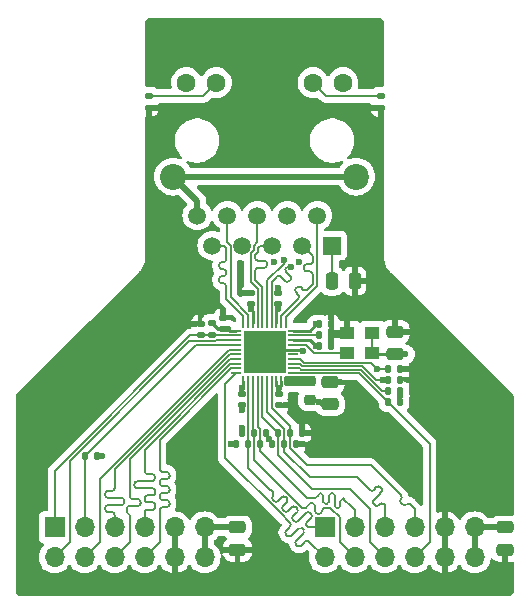
<source format=gtl>
G04 #@! TF.GenerationSoftware,KiCad,Pcbnew,8.0.8*
G04 #@! TF.CreationDate,2025-02-24T20:28:59+01:00*
G04 #@! TF.ProjectId,rgmii-pmod,72676d69-692d-4706-9d6f-642e6b696361,rev?*
G04 #@! TF.SameCoordinates,Original*
G04 #@! TF.FileFunction,Copper,L1,Top*
G04 #@! TF.FilePolarity,Positive*
%FSLAX46Y46*%
G04 Gerber Fmt 4.6, Leading zero omitted, Abs format (unit mm)*
G04 Created by KiCad (PCBNEW 8.0.8) date 2025-02-24 20:28:59*
%MOMM*%
%LPD*%
G01*
G04 APERTURE LIST*
G04 Aperture macros list*
%AMRoundRect*
0 Rectangle with rounded corners*
0 $1 Rounding radius*
0 $2 $3 $4 $5 $6 $7 $8 $9 X,Y pos of 4 corners*
0 Add a 4 corners polygon primitive as box body*
4,1,4,$2,$3,$4,$5,$6,$7,$8,$9,$2,$3,0*
0 Add four circle primitives for the rounded corners*
1,1,$1+$1,$2,$3*
1,1,$1+$1,$4,$5*
1,1,$1+$1,$6,$7*
1,1,$1+$1,$8,$9*
0 Add four rect primitives between the rounded corners*
20,1,$1+$1,$2,$3,$4,$5,0*
20,1,$1+$1,$4,$5,$6,$7,0*
20,1,$1+$1,$6,$7,$8,$9,0*
20,1,$1+$1,$8,$9,$2,$3,0*%
G04 Aperture macros list end*
G04 #@! TA.AperFunction,SMDPad,CuDef*
%ADD10RoundRect,0.140000X-0.140000X-0.170000X0.140000X-0.170000X0.140000X0.170000X-0.140000X0.170000X0*%
G04 #@! TD*
G04 #@! TA.AperFunction,SMDPad,CuDef*
%ADD11RoundRect,0.135000X0.135000X0.185000X-0.135000X0.185000X-0.135000X-0.185000X0.135000X-0.185000X0*%
G04 #@! TD*
G04 #@! TA.AperFunction,SMDPad,CuDef*
%ADD12RoundRect,0.250000X-0.250000X-0.475000X0.250000X-0.475000X0.250000X0.475000X-0.250000X0.475000X0*%
G04 #@! TD*
G04 #@! TA.AperFunction,SMDPad,CuDef*
%ADD13RoundRect,0.250000X-0.475000X0.250000X-0.475000X-0.250000X0.475000X-0.250000X0.475000X0.250000X0*%
G04 #@! TD*
G04 #@! TA.AperFunction,SMDPad,CuDef*
%ADD14RoundRect,0.140000X-0.170000X0.140000X-0.170000X-0.140000X0.170000X-0.140000X0.170000X0.140000X0*%
G04 #@! TD*
G04 #@! TA.AperFunction,SMDPad,CuDef*
%ADD15RoundRect,0.135000X-0.135000X-0.185000X0.135000X-0.185000X0.135000X0.185000X-0.135000X0.185000X0*%
G04 #@! TD*
G04 #@! TA.AperFunction,SMDPad,CuDef*
%ADD16RoundRect,0.250000X0.475000X-0.250000X0.475000X0.250000X-0.475000X0.250000X-0.475000X-0.250000X0*%
G04 #@! TD*
G04 #@! TA.AperFunction,ComponentPad*
%ADD17R,1.700000X1.700000*%
G04 #@! TD*
G04 #@! TA.AperFunction,ComponentPad*
%ADD18O,1.700000X1.700000*%
G04 #@! TD*
G04 #@! TA.AperFunction,SMDPad,CuDef*
%ADD19RoundRect,0.135000X-0.185000X0.135000X-0.185000X-0.135000X0.185000X-0.135000X0.185000X0.135000X0*%
G04 #@! TD*
G04 #@! TA.AperFunction,SMDPad,CuDef*
%ADD20RoundRect,0.140000X0.170000X-0.140000X0.170000X0.140000X-0.170000X0.140000X-0.170000X-0.140000X0*%
G04 #@! TD*
G04 #@! TA.AperFunction,SMDPad,CuDef*
%ADD21R,1.300000X1.100000*%
G04 #@! TD*
G04 #@! TA.AperFunction,ComponentPad*
%ADD22R,1.500000X1.500000*%
G04 #@! TD*
G04 #@! TA.AperFunction,ComponentPad*
%ADD23C,1.500000*%
G04 #@! TD*
G04 #@! TA.AperFunction,ComponentPad*
%ADD24C,1.600000*%
G04 #@! TD*
G04 #@! TA.AperFunction,ComponentPad*
%ADD25C,2.200000*%
G04 #@! TD*
G04 #@! TA.AperFunction,SMDPad,CuDef*
%ADD26RoundRect,0.218750X-0.256250X0.218750X-0.256250X-0.218750X0.256250X-0.218750X0.256250X0.218750X0*%
G04 #@! TD*
G04 #@! TA.AperFunction,SMDPad,CuDef*
%ADD27RoundRect,0.062500X-0.062500X0.350000X-0.062500X-0.350000X0.062500X-0.350000X0.062500X0.350000X0*%
G04 #@! TD*
G04 #@! TA.AperFunction,SMDPad,CuDef*
%ADD28RoundRect,0.062500X-0.350000X0.062500X-0.350000X-0.062500X0.350000X-0.062500X0.350000X0.062500X0*%
G04 #@! TD*
G04 #@! TA.AperFunction,HeatsinkPad*
%ADD29R,3.600000X3.600000*%
G04 #@! TD*
G04 #@! TA.AperFunction,ViaPad*
%ADD30C,0.600000*%
G04 #@! TD*
G04 #@! TA.AperFunction,Conductor*
%ADD31C,0.250000*%
G04 #@! TD*
G04 #@! TA.AperFunction,Conductor*
%ADD32C,0.500000*%
G04 #@! TD*
G04 #@! TA.AperFunction,Conductor*
%ADD33C,0.200000*%
G04 #@! TD*
G04 #@! TA.AperFunction,Conductor*
%ADD34C,0.150000*%
G04 #@! TD*
G04 #@! TA.AperFunction,Conductor*
%ADD35C,0.132600*%
G04 #@! TD*
G04 #@! TA.AperFunction,Conductor*
%ADD36C,0.156500*%
G04 #@! TD*
G04 APERTURE END LIST*
D10*
X154630000Y-103330000D03*
X155590000Y-103330000D03*
D11*
X150640200Y-111630000D03*
X149620200Y-111630000D03*
D12*
X155715000Y-97800000D03*
X157615000Y-97800000D03*
D13*
X147700000Y-118650000D03*
X147700000Y-120550000D03*
D14*
X151200000Y-107330000D03*
X151200000Y-108290000D03*
D15*
X160445000Y-105210000D03*
X161465000Y-105210000D03*
D16*
X161040000Y-103990000D03*
X161040000Y-102090000D03*
D15*
X150130200Y-110690000D03*
X151150200Y-110690000D03*
X152170100Y-110690000D03*
X153190100Y-110690000D03*
D11*
X161465000Y-107090000D03*
X160445000Y-107090000D03*
D17*
X155080000Y-118650000D03*
D18*
X157620000Y-118650000D03*
X160160000Y-118650000D03*
X162700000Y-118650000D03*
X165240000Y-118650000D03*
X167780000Y-118650000D03*
X155080000Y-121190000D03*
X157620000Y-121190000D03*
X160160000Y-121190000D03*
X162700000Y-121190000D03*
X165240000Y-121190000D03*
X167780000Y-121190000D03*
D19*
X140185000Y-82100000D03*
X140185000Y-83120000D03*
D15*
X160445000Y-106150000D03*
X161465000Y-106150000D03*
D20*
X146440000Y-101895000D03*
X146440000Y-100935000D03*
D11*
X135780000Y-112600000D03*
X134760000Y-112600000D03*
D20*
X148882400Y-99770000D03*
X148882400Y-98810000D03*
X151117600Y-99770000D03*
X151117600Y-98810000D03*
D21*
X159110000Y-102215000D03*
X157010000Y-102215000D03*
X157010000Y-103865000D03*
X159110000Y-103865000D03*
D15*
X147580000Y-111630000D03*
X148600000Y-111630000D03*
D20*
X144580000Y-102400000D03*
X144580000Y-101440000D03*
D11*
X161465000Y-108030000D03*
X160445000Y-108030000D03*
D15*
X154620000Y-102400000D03*
X155640000Y-102400000D03*
D16*
X155540000Y-108225000D03*
X155540000Y-106325000D03*
D19*
X145510000Y-101380000D03*
X145510000Y-102400000D03*
D22*
X155715000Y-94790000D03*
D23*
X154445000Y-92250000D03*
X153175000Y-94790000D03*
X151905000Y-92250000D03*
X150635000Y-94790000D03*
X149365000Y-92250000D03*
X148095000Y-94790000D03*
X146825000Y-92250000D03*
X145555000Y-94790000D03*
X144285000Y-92250000D03*
D24*
X156630000Y-81000000D03*
X154090000Y-81000000D03*
X145910000Y-81000000D03*
X143370000Y-81000000D03*
D25*
X157745000Y-88950000D03*
X142255000Y-88950000D03*
D19*
X159815000Y-82100000D03*
X159815000Y-83120000D03*
D14*
X148061750Y-107330000D03*
X148061750Y-108290000D03*
D26*
X153830000Y-106262500D03*
X153830000Y-107837500D03*
D11*
X149110200Y-110690000D03*
X148090200Y-110690000D03*
D27*
X151800000Y-101362500D03*
X151400000Y-101362500D03*
X151000000Y-101362500D03*
X150600000Y-101362500D03*
X150200000Y-101362500D03*
X149800000Y-101362500D03*
X149400000Y-101362500D03*
X149000000Y-101362500D03*
X148600000Y-101362500D03*
X148200000Y-101362500D03*
D28*
X147562500Y-102000000D03*
X147562500Y-102400000D03*
X147562500Y-102800000D03*
X147562500Y-103200000D03*
X147562500Y-103600000D03*
X147562500Y-104000000D03*
X147562500Y-104400000D03*
X147562500Y-104800000D03*
X147562500Y-105200000D03*
X147562500Y-105600000D03*
D27*
X148200000Y-106237500D03*
X148600000Y-106237500D03*
X149000000Y-106237500D03*
X149400000Y-106237500D03*
X149800000Y-106237500D03*
X150200000Y-106237500D03*
X150600000Y-106237500D03*
X151000000Y-106237500D03*
X151400000Y-106237500D03*
X151800000Y-106237500D03*
D28*
X152437500Y-105600000D03*
X152437500Y-105200000D03*
X152437500Y-104800000D03*
X152437500Y-104400000D03*
X152437500Y-104000000D03*
X152437500Y-103600000D03*
X152437500Y-103200000D03*
X152437500Y-102800000D03*
X152437500Y-102400000D03*
X152437500Y-102000000D03*
D29*
X150000000Y-103800000D03*
D13*
X170365000Y-118650000D03*
X170365000Y-120550000D03*
D10*
X154630000Y-101470000D03*
X155590000Y-101470000D03*
D15*
X151660100Y-111630000D03*
X152680100Y-111630000D03*
D17*
X132220000Y-118650000D03*
D18*
X134760000Y-118650000D03*
X137300000Y-118650000D03*
X139840000Y-118650000D03*
X142380000Y-118650000D03*
X144920000Y-118650000D03*
X132220000Y-121190000D03*
X134760000Y-121190000D03*
X137300000Y-121190000D03*
X139840000Y-121190000D03*
X142380000Y-121190000D03*
X144920000Y-121190000D03*
D30*
X148422400Y-98810000D03*
X153250000Y-103725000D03*
X148061750Y-108720000D03*
X151117600Y-98380000D03*
X153190100Y-110220000D03*
X156415000Y-106325000D03*
X148060200Y-110220000D03*
X152900000Y-96200000D03*
X150800000Y-96200000D03*
X136200000Y-112600000D03*
X146900000Y-101875000D03*
X150385200Y-111160000D03*
X161915000Y-103990000D03*
X147160000Y-111630000D03*
X161465000Y-107560000D03*
X154350000Y-101470000D03*
X151200000Y-106850000D03*
X148061750Y-106850000D03*
X151117600Y-100200000D03*
X154350000Y-103330000D03*
X148882400Y-100200000D03*
X154560000Y-108031250D03*
X160025000Y-106150000D03*
X152205521Y-96600521D03*
X151604479Y-95999479D03*
X159500000Y-105210000D03*
D31*
X153125000Y-103600000D02*
X153250000Y-103725000D01*
X152437500Y-103600000D02*
X150200000Y-103600000D01*
X150200000Y-103600000D02*
X150000000Y-103800000D01*
X152437500Y-103600000D02*
X153125000Y-103600000D01*
X146440000Y-101895000D02*
X146025000Y-101895000D01*
D32*
X144920000Y-121190000D02*
X144920000Y-118650000D01*
D31*
X151400000Y-106237500D02*
X151400000Y-106650000D01*
X151000000Y-106650000D02*
X151200000Y-106850000D01*
X152437500Y-102000000D02*
X153820000Y-102000000D01*
X151400000Y-106650000D02*
X151200000Y-106850000D01*
D32*
X167780000Y-118650000D02*
X170365000Y-118650000D01*
X144920000Y-118650000D02*
X147700000Y-118650000D01*
D31*
X161040000Y-103990000D02*
X159235000Y-103990000D01*
X147025000Y-102000000D02*
X146900000Y-101875000D01*
X159235000Y-103990000D02*
X159110000Y-103865000D01*
X153820000Y-102000000D02*
X154350000Y-101470000D01*
X146025000Y-101895000D02*
X145510000Y-101380000D01*
X151000000Y-106237500D02*
X151000000Y-106650000D01*
D32*
X167780000Y-121190000D02*
X167780000Y-118650000D01*
D33*
X159110000Y-103865000D02*
X159110000Y-102215000D01*
D31*
X147562500Y-102000000D02*
X147025000Y-102000000D01*
X149000000Y-101362500D02*
X149000000Y-100317600D01*
X151000000Y-101362500D02*
X151000000Y-100317600D01*
X153830000Y-107837500D02*
X154366250Y-107837500D01*
X148200000Y-106711750D02*
X148061750Y-106850000D01*
X152437500Y-102800000D02*
X153820000Y-102800000D01*
X151000000Y-100317600D02*
X151117600Y-100200000D01*
X148200000Y-106237500D02*
X148200000Y-106711750D01*
X149000000Y-100317600D02*
X148882400Y-100200000D01*
X153820000Y-102800000D02*
X154350000Y-103330000D01*
X155540000Y-108225000D02*
X154753750Y-108225000D01*
X154366250Y-107837500D02*
X154560000Y-108031250D01*
X154753750Y-108225000D02*
X154560000Y-108031250D01*
D33*
X155715000Y-94790000D02*
X155715000Y-97800000D01*
D34*
X144580000Y-102400000D02*
X143702878Y-102400000D01*
X145510000Y-102400000D02*
X144580000Y-102400000D01*
X143702878Y-102400000D02*
X132220000Y-113882878D01*
X145510000Y-102400000D02*
X147562500Y-102400000D01*
X132220000Y-113882878D02*
X132220000Y-118650000D01*
X153477537Y-103200000D02*
X154142537Y-103865000D01*
X152437500Y-103200000D02*
X153477537Y-103200000D01*
X157010000Y-103865000D02*
X154142537Y-103865000D01*
D35*
X148591300Y-100639059D02*
X147128700Y-99176459D01*
X148600000Y-100743749D02*
X148591300Y-100735049D01*
X147128700Y-99176459D02*
X147128700Y-94823160D01*
X146825000Y-94519460D02*
X146825000Y-92250000D01*
X148600000Y-101362500D02*
X148600000Y-100743749D01*
X148591300Y-100735049D02*
X148591300Y-100639059D01*
X147128700Y-94823160D02*
X146825000Y-94519460D01*
D34*
X159415000Y-106150000D02*
X160025000Y-106150000D01*
X152437500Y-104800000D02*
X153000000Y-104800000D01*
X153000000Y-104800000D02*
X153200000Y-105000000D01*
X158265000Y-105000000D02*
X159415000Y-106150000D01*
X153200000Y-105000000D02*
X158265000Y-105000000D01*
D35*
X151046544Y-97428999D02*
X150961690Y-97513851D01*
X150961690Y-97513851D02*
X150591300Y-97884240D01*
X151875019Y-96600521D02*
X151810219Y-96665321D01*
X150591300Y-100735049D02*
X150600000Y-100743749D01*
X150591300Y-97884240D02*
X150591300Y-97939411D01*
X151753651Y-97796693D02*
X151385956Y-97428998D01*
X150600000Y-100743749D02*
X150600000Y-101362500D01*
X152177914Y-97711841D02*
X152093063Y-97796693D01*
X152205521Y-96600521D02*
X151875019Y-96600521D01*
X151810219Y-97004733D02*
X152177915Y-97372429D01*
X150591300Y-97939411D02*
X150591300Y-100735049D01*
X152177915Y-97372429D02*
G75*
G02*
X152177880Y-97711806I-169715J-169671D01*
G01*
X152093063Y-97796693D02*
G75*
G02*
X151753651Y-97796693I-169706J169701D01*
G01*
X151385956Y-97428998D02*
G75*
G03*
X151046594Y-97429048I-169656J-169702D01*
G01*
X151810219Y-96665321D02*
G75*
G03*
X151810246Y-97004706I169681J-169679D01*
G01*
X150208700Y-97725760D02*
X151604479Y-96329981D01*
X150200000Y-101362500D02*
X150200000Y-100743749D01*
X150208700Y-100735049D02*
X150208700Y-97725760D01*
X150200000Y-100743749D02*
X150208700Y-100735049D01*
X151604479Y-96329981D02*
X151604479Y-95999479D01*
X154445000Y-98225540D02*
X154445000Y-92250000D01*
X151800000Y-101075000D02*
X151791300Y-101066300D01*
X151791300Y-101066300D02*
X151791300Y-100879240D01*
X151791300Y-100879240D02*
X154445000Y-98225540D01*
X151800000Y-101362500D02*
X151800000Y-101075000D01*
D33*
X155190000Y-82100000D02*
X154090000Y-81000000D01*
X159815000Y-82100000D02*
X155190000Y-82100000D01*
X140185000Y-82100000D02*
X144810000Y-82100000D01*
X144810000Y-82100000D02*
X145910000Y-81000000D01*
D35*
X146381629Y-96796558D02*
X146506120Y-96796558D01*
X146746120Y-98783659D02*
X146746120Y-99334929D01*
X146746120Y-98236558D02*
X146746120Y-98356558D01*
X148200000Y-100788809D02*
X148200000Y-101362500D01*
X146506120Y-97396558D02*
X146381629Y-97396558D01*
X146746120Y-99334929D02*
X148200000Y-100788809D01*
X146506120Y-96196558D02*
X146381629Y-96196558D01*
X146141629Y-96436558D02*
X146141629Y-96556558D01*
X146746120Y-94981660D02*
X146746120Y-95956558D01*
X146381629Y-97996558D02*
X146506120Y-97996558D01*
X146554460Y-94790000D02*
X146746120Y-94981660D01*
X146746120Y-98356558D02*
X146746120Y-98783659D01*
X146141629Y-97636558D02*
X146141629Y-97756558D01*
X146746120Y-97036558D02*
X146746120Y-97156558D01*
X145555000Y-94790000D02*
X146554460Y-94790000D01*
X146141629Y-96556558D02*
G75*
G03*
X146381629Y-96796571I239971J-42D01*
G01*
X146381629Y-96196558D02*
G75*
G03*
X146141558Y-96436558I-29J-240042D01*
G01*
X146746120Y-95956558D02*
G75*
G02*
X146506120Y-96196620I-240020J-42D01*
G01*
X146506120Y-96796558D02*
G75*
G02*
X146746142Y-97036558I-20J-240042D01*
G01*
X146746120Y-97156558D02*
G75*
G02*
X146506120Y-97396620I-240020J-42D01*
G01*
X146506120Y-97996558D02*
G75*
G02*
X146746142Y-98236558I-20J-240042D01*
G01*
X146381629Y-97396558D02*
G75*
G03*
X146141558Y-97636558I-29J-240042D01*
G01*
X146141629Y-97756558D02*
G75*
G03*
X146381629Y-97996571I239971J-42D01*
G01*
X150190749Y-96308374D02*
X150190749Y-96428374D01*
X149431300Y-96068374D02*
X149950749Y-96068374D01*
X149191300Y-97720760D02*
X149791300Y-98320760D01*
X149791300Y-100735049D02*
X149800000Y-100743749D01*
X149443880Y-95348725D02*
X149191300Y-95601305D01*
X149191300Y-97263879D02*
X149191300Y-97720760D01*
X149800000Y-100743749D02*
X149800000Y-101362500D01*
X149443880Y-94981660D02*
X149443880Y-95348725D01*
X149791300Y-98320760D02*
X149791300Y-100735049D01*
X150635000Y-94790000D02*
X149635540Y-94790000D01*
X149635540Y-94790000D02*
X149443880Y-94981660D01*
X149191300Y-95601305D02*
X149191300Y-95828374D01*
X149191300Y-97028374D02*
X149191300Y-97263879D01*
X149191300Y-96908374D02*
X149191300Y-97028374D01*
X149950749Y-96668374D02*
X149431300Y-96668374D01*
X149950749Y-96068374D02*
G75*
G02*
X150190826Y-96308374I51J-240026D01*
G01*
X149431300Y-96668374D02*
G75*
G03*
X149191274Y-96908374I0J-240026D01*
G01*
X149191300Y-95828374D02*
G75*
G03*
X149431300Y-96068400I240000J-26D01*
G01*
X150190749Y-96428374D02*
G75*
G02*
X149950749Y-96668349I-239949J-26D01*
G01*
X153313279Y-96623257D02*
X153313279Y-96743257D01*
X154062399Y-95677399D02*
X154062399Y-96143257D01*
X152754251Y-99375208D02*
X152407987Y-99721473D01*
X153263368Y-98526680D02*
X153073071Y-98336383D01*
X153553279Y-96983257D02*
X153822399Y-96983257D01*
X151408700Y-100720760D02*
X151408700Y-101066300D01*
X152839103Y-99290354D02*
X152754251Y-99375208D01*
X153822399Y-96383257D02*
X153553279Y-96383257D01*
X153175000Y-94790000D02*
X154062399Y-95677399D01*
X151408700Y-101066300D02*
X151400000Y-101075000D01*
X154062399Y-97223257D02*
X154062399Y-97343257D01*
X152648807Y-98760647D02*
X152839103Y-98950943D01*
X152733660Y-98336383D02*
X152648807Y-98421235D01*
X152407987Y-99721473D02*
X151408700Y-100720760D01*
X154062399Y-98067061D02*
X153602780Y-98526680D01*
X151400000Y-101075000D02*
X151400000Y-101362500D01*
X154062399Y-97343257D02*
X154062399Y-98067061D01*
X152839103Y-98950943D02*
G75*
G02*
X152839055Y-99290305I-169703J-169657D01*
G01*
X153073071Y-98336383D02*
G75*
G03*
X152733659Y-98336382I-169706J-169703D01*
G01*
X154062399Y-96143257D02*
G75*
G02*
X153822399Y-96383299I-239999J-43D01*
G01*
X153553279Y-96383257D02*
G75*
G03*
X153313257Y-96623257I21J-240043D01*
G01*
X153602780Y-98526680D02*
G75*
G02*
X153263368Y-98526680I-169706J169704D01*
G01*
X153822399Y-96983257D02*
G75*
G02*
X154062443Y-97223257I1J-240043D01*
G01*
X152648807Y-98421235D02*
G75*
G03*
X152648848Y-98760606I169693J-169665D01*
G01*
X153313279Y-96743257D02*
G75*
G03*
X153553279Y-96983321I240021J-43D01*
G01*
D34*
X153025000Y-104400000D02*
X153325000Y-104700000D01*
X153325000Y-104700000D02*
X158990000Y-104700000D01*
X152437500Y-104400000D02*
X153025000Y-104400000D01*
X158990000Y-104700000D02*
X159500000Y-105210000D01*
X159500000Y-105210000D02*
X160445000Y-105210000D01*
D35*
X149408700Y-98479240D02*
X148808700Y-97879240D01*
X149061300Y-94823160D02*
X149365000Y-94519460D01*
X149061300Y-95190255D02*
X149061300Y-94823160D01*
X149400000Y-100743749D02*
X149408700Y-100735049D01*
X149365000Y-94519460D02*
X149365000Y-92250000D01*
X149400000Y-101362500D02*
X149400000Y-100743749D01*
X148808700Y-97879240D02*
X148808700Y-95442855D01*
X148808700Y-95442855D02*
X149061300Y-95190255D01*
X149408700Y-100735049D02*
X149408700Y-98479240D01*
D34*
X147562500Y-102800000D02*
X145942858Y-102800000D01*
X145837858Y-102905000D02*
X143622142Y-102905000D01*
X133490000Y-119920000D02*
X132220000Y-121190000D01*
X133490000Y-113037142D02*
X133490000Y-119920000D01*
X143622142Y-102905000D02*
X133490000Y-113037142D01*
X145942858Y-102800000D02*
X145837858Y-102905000D01*
X144155000Y-103205000D02*
X134760000Y-112600000D01*
X147562500Y-103200000D02*
X147557500Y-103205000D01*
X147557500Y-103205000D02*
X144155000Y-103205000D01*
X134760000Y-112600000D02*
X134760000Y-118650000D01*
D36*
X139840000Y-113784925D02*
X139840000Y-113423335D01*
X140080000Y-115944925D02*
X140517357Y-115944925D01*
X140517357Y-115344925D02*
X140080000Y-115344925D01*
X139212651Y-114744925D02*
X139840000Y-114744925D01*
X139840000Y-113904925D02*
X139840000Y-113784925D01*
X140517357Y-116544925D02*
X140080000Y-116544925D01*
X139840000Y-116304925D02*
X139840000Y-116184925D01*
X139840000Y-115344925D02*
X139212651Y-115344925D01*
X139840000Y-112063630D02*
X147103630Y-104800000D01*
X147103630Y-104800000D02*
X147562500Y-104800000D01*
X139840000Y-118650000D02*
X139840000Y-117384925D01*
X140080000Y-115344925D02*
X139840000Y-115344925D01*
X140757357Y-115704925D02*
X140757357Y-115584925D01*
X140080000Y-114744925D02*
X140467349Y-114744925D01*
X140080000Y-117144925D02*
X140517357Y-117144925D01*
X139840000Y-114744925D02*
X140080000Y-114744925D01*
X138972651Y-115104925D02*
X138972651Y-114984925D01*
X139840000Y-113423335D02*
X139840000Y-112063630D01*
X140757357Y-116904925D02*
X140757357Y-116784925D01*
X140467349Y-114144925D02*
X140080000Y-114144925D01*
X140707349Y-114504925D02*
X140707349Y-114384925D01*
X140080000Y-116544925D02*
G75*
G02*
X139839975Y-116304925I0J240025D01*
G01*
X140757357Y-116784925D02*
G75*
G03*
X140517357Y-116544943I-239957J25D01*
G01*
X140080000Y-114144925D02*
G75*
G02*
X139839975Y-113904925I0J240025D01*
G01*
X140517357Y-117144925D02*
G75*
G03*
X140757425Y-116904925I43J240025D01*
G01*
X140757357Y-115584925D02*
G75*
G03*
X140517357Y-115344943I-239957J25D01*
G01*
X139212651Y-115344925D02*
G75*
G02*
X138972575Y-115104925I-51J240025D01*
G01*
X138972651Y-114984925D02*
G75*
G02*
X139212651Y-114744951I239949J25D01*
G01*
X140517357Y-115944925D02*
G75*
G03*
X140757425Y-115704925I43J240025D01*
G01*
X140707349Y-114384925D02*
G75*
G03*
X140467349Y-114144951I-239949J25D01*
G01*
X139840000Y-117384925D02*
G75*
G02*
X140080000Y-117144900I240000J25D01*
G01*
X140467349Y-114744925D02*
G75*
G03*
X140707425Y-114504925I51J240025D01*
G01*
X139840000Y-116184925D02*
G75*
G02*
X140080000Y-115944900I240000J25D01*
G01*
X137300000Y-121190000D02*
X138570000Y-119920000D01*
X147070174Y-104400000D02*
X147562500Y-104400000D01*
X138810000Y-116853798D02*
X139253379Y-116853798D01*
X138570000Y-115893798D02*
X138570000Y-113900000D01*
X138570000Y-113900000D02*
X138570000Y-112900174D01*
X138570000Y-119920000D02*
X138570000Y-117603798D01*
X139493379Y-116613798D02*
X139493379Y-116493798D01*
X138570000Y-112900174D02*
X147070174Y-104400000D01*
X138570000Y-116013798D02*
X138570000Y-115893798D01*
X138570000Y-116853798D02*
X138810000Y-116853798D01*
X138439627Y-116853798D02*
X138570000Y-116853798D01*
X138309254Y-117343052D02*
X138309254Y-116984171D01*
X139253379Y-116253798D02*
X138810000Y-116253798D01*
X139253379Y-116853798D02*
G75*
G03*
X139493398Y-116613798I21J239998D01*
G01*
X138439627Y-117473425D02*
G75*
G02*
X138309275Y-117343052I-27J130325D01*
G01*
X138309254Y-116984171D02*
G75*
G02*
X138439627Y-116853854I130346J-29D01*
G01*
X138570000Y-117603798D02*
G75*
G03*
X138439627Y-117473400I-130400J-2D01*
G01*
X139493379Y-116493798D02*
G75*
G03*
X139253379Y-116253821I-239979J-2D01*
G01*
X138810000Y-116253798D02*
G75*
G02*
X138570002Y-116013798I0J239998D01*
G01*
X147562500Y-103600000D02*
X147003262Y-103600000D01*
X136030000Y-114573262D02*
X136030000Y-119920000D01*
X136030000Y-119920000D02*
X134760000Y-121190000D01*
X147003262Y-103600000D02*
X136030000Y-114573262D01*
X141946375Y-114307940D02*
X141946375Y-114187940D01*
X141110000Y-111227086D02*
X147137086Y-105200000D01*
X141706375Y-113947940D02*
X141350000Y-113947940D01*
X141946399Y-115507940D02*
X141946399Y-115387940D01*
X141350000Y-116947940D02*
X141706399Y-116947940D01*
X141110000Y-113587940D02*
X141110000Y-113300000D01*
X139840000Y-121190000D02*
X141110000Y-119920000D01*
X141110000Y-113300000D02*
X141110000Y-111227086D01*
X147137086Y-105200000D02*
X147562500Y-105200000D01*
X141350000Y-115747940D02*
X141706399Y-115747940D01*
X141110000Y-114907940D02*
X141110000Y-114787940D01*
X141706399Y-116347940D02*
X141350000Y-116347940D01*
X141110000Y-116107940D02*
X141110000Y-115987940D01*
X141706399Y-115147940D02*
X141350000Y-115147940D01*
X141350000Y-114547940D02*
X141706375Y-114547940D01*
X141110000Y-113707940D02*
X141110000Y-113587940D01*
X141110000Y-119920000D02*
X141110000Y-117187940D01*
X141946399Y-116707940D02*
X141946399Y-116587940D01*
X141110000Y-117187940D02*
G75*
G02*
X141350000Y-116947900I240000J40D01*
G01*
X141350000Y-116347940D02*
G75*
G02*
X141109960Y-116107940I0J240040D01*
G01*
X141706375Y-114547940D02*
G75*
G03*
X141946440Y-114307940I25J240040D01*
G01*
X141350000Y-113947940D02*
G75*
G02*
X141109960Y-113707940I0J240040D01*
G01*
X141706399Y-115747940D02*
G75*
G03*
X141946440Y-115507940I1J240040D01*
G01*
X141946399Y-116587940D02*
G75*
G03*
X141706399Y-116347901I-239999J40D01*
G01*
X141110000Y-114787940D02*
G75*
G02*
X141350000Y-114547900I240000J40D01*
G01*
X141706399Y-116947940D02*
G75*
G03*
X141946440Y-116707940I1J240040D01*
G01*
X141946375Y-114187940D02*
G75*
G03*
X141706375Y-113947925I-239975J40D01*
G01*
X141946399Y-115387940D02*
G75*
G03*
X141706399Y-115147901I-239999J40D01*
G01*
X141110000Y-115987940D02*
G75*
G02*
X141350000Y-115747900I240000J40D01*
G01*
X141350000Y-115147940D02*
G75*
G02*
X141109960Y-114907940I0J240040D01*
G01*
X137300000Y-116763798D02*
X137865963Y-116763798D01*
X136734037Y-115563798D02*
X137060000Y-115563798D01*
X147036718Y-104000000D02*
X147562500Y-104000000D01*
X137300000Y-115203798D02*
X137300000Y-114500000D01*
X136734037Y-116763798D02*
X137060000Y-116763798D01*
X136494037Y-115923798D02*
X136494037Y-115803798D01*
X137300000Y-115323798D02*
X137300000Y-115203798D01*
X137300000Y-113736718D02*
X147036718Y-104000000D01*
X136494037Y-117123798D02*
X136494037Y-117003798D01*
X137060000Y-116163798D02*
X136734037Y-116163798D01*
X137865963Y-116163798D02*
X137300000Y-116163798D01*
X138105963Y-116523798D02*
X138105963Y-116403798D01*
X137300000Y-114500000D02*
X137300000Y-113736718D01*
X137060000Y-117363798D02*
X136734037Y-117363798D01*
X137300000Y-116163798D02*
X137060000Y-116163798D01*
X137060000Y-116763798D02*
X137300000Y-116763798D01*
X137300000Y-118650000D02*
X137300000Y-117603798D01*
X136734037Y-116163798D02*
G75*
G02*
X136494002Y-115923798I-37J239998D01*
G01*
X137300000Y-117603798D02*
G75*
G03*
X137060000Y-117363800I-240000J-2D01*
G01*
X137865963Y-116763798D02*
G75*
G03*
X138105998Y-116523798I37J239998D01*
G01*
X137060000Y-115563798D02*
G75*
G03*
X137299998Y-115323798I0J239998D01*
G01*
X136494037Y-115803798D02*
G75*
G02*
X136734037Y-115563837I239963J-2D01*
G01*
X136494037Y-117003798D02*
G75*
G02*
X136734037Y-116763837I239963J-2D01*
G01*
X138105963Y-116403798D02*
G75*
G03*
X137865963Y-116163837I-239963J-2D01*
G01*
X136734037Y-117363798D02*
G75*
G02*
X136494002Y-117123798I-37J239998D01*
G01*
D34*
X163970000Y-119920000D02*
X162700000Y-121190000D01*
X160445000Y-108030000D02*
X163970000Y-111555000D01*
X158015000Y-105600000D02*
X160445000Y-108030000D01*
X163970000Y-111555000D02*
X163970000Y-119920000D01*
X152437500Y-105600000D02*
X158015000Y-105600000D01*
D36*
X152121016Y-117121016D02*
X152121017Y-117121017D01*
X150583055Y-115583055D02*
X150400000Y-115400000D01*
X152545283Y-117545283D02*
X152722112Y-117368453D01*
X152121017Y-117121017D02*
X151966362Y-117275669D01*
X153563521Y-118224109D02*
X153924189Y-117863440D01*
X155080000Y-118650000D02*
X153650000Y-118650000D01*
X151696750Y-116696750D02*
X151696751Y-116696751D01*
X152969549Y-117969549D02*
X152814927Y-118124168D01*
X152722112Y-117029042D02*
X152637257Y-116944187D01*
X152505685Y-118124168D02*
X152390661Y-118009144D01*
X151657056Y-117275670D02*
X151542097Y-117160711D01*
X150400000Y-115400000D02*
X148600000Y-113600000D01*
X153924189Y-117524029D02*
X153839334Y-117439174D01*
X152969548Y-117969547D02*
X152969549Y-117969549D01*
X151696751Y-116696751D02*
X151873555Y-116519946D01*
X150810669Y-116426423D02*
X150694282Y-116310036D01*
X151873555Y-116180535D02*
X151788700Y-116095680D01*
X152545282Y-117545282D02*
X152545283Y-117545283D01*
X153650000Y-118650000D02*
X153563521Y-118563521D01*
X148600000Y-113600000D02*
X148600000Y-111630000D01*
X151542096Y-116851403D02*
X151696750Y-116696750D01*
X150694282Y-115694280D02*
X150583055Y-115583055D01*
X153139253Y-117799842D02*
X152969548Y-117969547D01*
X151272485Y-116272485D02*
X151118545Y-116426422D01*
X153499922Y-117439174D02*
X153139253Y-117799842D01*
X151449289Y-116095680D02*
X151272484Y-116272484D01*
X148600000Y-106237500D02*
X148600000Y-111630000D01*
X152297846Y-116944187D02*
X152121016Y-117121016D01*
X152390661Y-117699902D02*
X152545282Y-117545282D01*
X151272484Y-116272484D02*
X151272485Y-116272485D01*
X150694282Y-116002158D02*
G75*
G03*
X150694301Y-115694261I-153982J153958D01*
G01*
X151966362Y-117275669D02*
G75*
G02*
X151657048Y-117275679I-154662J154669D01*
G01*
X151873555Y-116519946D02*
G75*
G03*
X151873596Y-116180494I-169655J169746D01*
G01*
X153563521Y-118563521D02*
G75*
G02*
X153563506Y-118224094I169679J169721D01*
G01*
X151118545Y-116426422D02*
G75*
G02*
X150810662Y-116426430I-153945J153922D01*
G01*
X151542097Y-117160711D02*
G75*
G02*
X151542139Y-116851447I154603J154611D01*
G01*
X150694282Y-116310036D02*
G75*
G02*
X150694285Y-116002161I153918J153936D01*
G01*
X153839334Y-117439174D02*
G75*
G03*
X153499922Y-117439174I-169706J-169704D01*
G01*
X152390661Y-118009144D02*
G75*
G02*
X152390638Y-117699879I154639J154644D01*
G01*
X152637257Y-116944187D02*
G75*
G03*
X152297847Y-116944187I-169705J-169703D01*
G01*
X152722112Y-117368453D02*
G75*
G03*
X152722160Y-117028995I-169712J169753D01*
G01*
X153924189Y-117863440D02*
G75*
G03*
X153924224Y-117523995I-169689J169740D01*
G01*
X151788700Y-116095680D02*
G75*
G03*
X151449290Y-116095680I-169705J-169703D01*
G01*
X152814927Y-118124168D02*
G75*
G02*
X152505685Y-118124168I-154621J154618D01*
G01*
X159000000Y-113400000D02*
X153612644Y-113400000D01*
X150600000Y-106237500D02*
X150600000Y-108524664D01*
X152170100Y-110094764D02*
X152170100Y-110690000D01*
X162700000Y-117100000D02*
X162300000Y-116700000D01*
X152170100Y-111957456D02*
X152170100Y-110690000D01*
X161451471Y-115851471D02*
X161444390Y-115844390D01*
X161542567Y-115942567D02*
X161451471Y-115851471D01*
X161633664Y-116700000D02*
X161542567Y-116608903D01*
X153612644Y-113400000D02*
X152170100Y-111957456D01*
X162700000Y-118650000D02*
X162700000Y-117100000D01*
X150600000Y-108524664D02*
X152170100Y-110094764D01*
X161444390Y-115844390D02*
X159000000Y-113400000D01*
X161542567Y-116275735D02*
G75*
G03*
X161542518Y-115942616I-166567J166535D01*
G01*
X161966832Y-116700000D02*
G75*
G02*
X161633664Y-116700000I-166584J166589D01*
G01*
X161542567Y-116608903D02*
G75*
G02*
X161542548Y-116275716I166533J166603D01*
G01*
X162300000Y-116700000D02*
G75*
G03*
X161966832Y-116700000I-166584J-166582D01*
G01*
X151660100Y-110362444D02*
X151660100Y-111630000D01*
X159891742Y-115340900D02*
X159806889Y-115256047D01*
X159740588Y-116680000D02*
X159645964Y-116774621D01*
X158807204Y-115407204D02*
X158794045Y-115394045D01*
X159306552Y-116774621D02*
X159221696Y-116689765D01*
X159486027Y-116086027D02*
X159655732Y-115916321D01*
X159221697Y-116350355D02*
X159316318Y-116255731D01*
X159467477Y-115256047D02*
X159231467Y-115492056D01*
X158794045Y-115394045D02*
X157800000Y-114400000D01*
X150200000Y-106237500D02*
X150200000Y-108902344D01*
X150200000Y-108902344D02*
X151660100Y-110362444D01*
X157800000Y-114400000D02*
X153800000Y-114400000D01*
X159655732Y-115916321D02*
X159891742Y-115680311D01*
X160160000Y-116760000D02*
X160080000Y-116680000D01*
X159316318Y-116255731D02*
X159486024Y-116086025D01*
X158892056Y-115492056D02*
X158807204Y-115407204D01*
X151660100Y-112260100D02*
X151660100Y-111630000D01*
X159486024Y-116086025D02*
X159486027Y-116086027D01*
X160160000Y-118650000D02*
X160160000Y-116760000D01*
X153800000Y-114400000D02*
X151660100Y-112260100D01*
X159891742Y-115680311D02*
G75*
G03*
X159891748Y-115340895I-169742J169711D01*
G01*
X159645964Y-116774621D02*
G75*
G02*
X159306552Y-116774621I-169706J169701D01*
G01*
X159806889Y-115256047D02*
G75*
G03*
X159467477Y-115256047I-169706J-169704D01*
G01*
X160080000Y-116680000D02*
G75*
G03*
X159740588Y-116680000I-169706J-169701D01*
G01*
X159231467Y-115492056D02*
G75*
G02*
X158892057Y-115492056I-169705J169703D01*
G01*
X159221696Y-116689765D02*
G75*
G02*
X159221736Y-116350395I169704J169665D01*
G01*
X156350000Y-119920000D02*
X156350000Y-117813456D01*
X153200000Y-117000000D02*
X149110200Y-112910200D01*
X154620000Y-117506292D02*
X154500000Y-117506292D01*
X154860000Y-117240000D02*
X154860000Y-117266292D01*
X149000000Y-106237500D02*
X149000000Y-110579800D01*
X149110200Y-112910200D02*
X149110200Y-110690000D01*
X155536544Y-117000000D02*
X155100000Y-117000000D01*
X154260000Y-117266292D02*
X154260000Y-117240000D01*
X154067227Y-116614454D02*
X153852773Y-116614454D01*
X149000000Y-110579800D02*
X149110200Y-110690000D01*
X153285000Y-117000000D02*
X153200000Y-117000000D01*
X154260000Y-117000000D02*
X154260000Y-116807227D01*
X153467227Y-117000000D02*
X153285000Y-117000000D01*
X156350000Y-117813456D02*
X155536544Y-117000000D01*
X154260000Y-117240000D02*
X154260000Y-117000000D01*
X157620000Y-121190000D02*
X156350000Y-119920000D01*
X154500000Y-117506292D02*
G75*
G02*
X154260008Y-117266292I0J239992D01*
G01*
X154260000Y-116807227D02*
G75*
G03*
X154067227Y-116614400I-192800J27D01*
G01*
X154860000Y-117266292D02*
G75*
G02*
X154620000Y-117506300I-240000J-8D01*
G01*
X153852773Y-116614454D02*
G75*
G03*
X153660054Y-116807227I27J-192746D01*
G01*
X153660000Y-116807227D02*
G75*
G02*
X153467227Y-117000000I-192800J27D01*
G01*
X155100000Y-117000000D02*
G75*
G03*
X154860000Y-117240000I0J-240000D01*
G01*
X152749246Y-120192570D02*
X152664390Y-120107714D01*
X151900700Y-119344050D02*
X151815847Y-119259197D01*
X155080000Y-121190000D02*
X153755320Y-119865320D01*
X152870446Y-118713716D02*
X152737080Y-118847081D01*
X152737080Y-118847081D02*
X152737081Y-118847081D01*
X153415908Y-119865320D02*
X153088656Y-120192569D01*
X152737081Y-118847081D02*
X152567374Y-119016785D01*
X153161346Y-119271346D02*
X153161347Y-119271347D01*
X151345000Y-117455000D02*
X146631750Y-112741750D01*
X152567374Y-119016785D02*
X152240110Y-119344049D01*
X153161347Y-119271347D02*
X153294712Y-119137981D01*
X152991640Y-119441052D02*
X153161346Y-119271346D01*
X152664389Y-119768302D02*
X152991640Y-119441052D01*
X153294712Y-118871251D02*
X153137177Y-118713716D01*
X146631750Y-112741750D02*
X146631750Y-106530750D01*
X146631750Y-106530750D02*
X147562500Y-105600000D01*
X152143109Y-118253108D02*
X152058258Y-118168258D01*
X151815847Y-118919785D02*
X152143109Y-118592520D01*
X152058258Y-118168258D02*
X151345000Y-117455000D01*
X152143109Y-118592520D02*
G75*
G03*
X152143123Y-118253094I-169709J169720D01*
G01*
X153088656Y-120192569D02*
G75*
G02*
X152749296Y-120192521I-169656J169669D01*
G01*
X152664390Y-120107714D02*
G75*
G02*
X152664381Y-119768295I169710J169714D01*
G01*
X153755320Y-119865320D02*
G75*
G03*
X153415908Y-119865320I-169706J-169701D01*
G01*
X152240110Y-119344049D02*
G75*
G02*
X151900696Y-119344054I-169710J169749D01*
G01*
X151815847Y-119259197D02*
G75*
G02*
X151815856Y-118919794I169653J169697D01*
G01*
X153137177Y-118713716D02*
G75*
G03*
X152870447Y-118713716I-133365J-133365D01*
G01*
X153294712Y-119137981D02*
G75*
G03*
X153294728Y-118871235I-133412J133381D01*
G01*
X154968000Y-116008000D02*
X154968000Y-115958552D01*
X149400000Y-106237500D02*
X149400000Y-110118844D01*
X156825234Y-116425234D02*
X156600000Y-116200000D01*
X157620000Y-117220000D02*
X157200000Y-116800000D01*
X154200000Y-116200000D02*
X153600000Y-116200000D01*
X155256000Y-116683455D02*
X155160000Y-116683455D01*
X155448000Y-116200000D02*
X155448000Y-116491455D01*
X149620200Y-110339044D02*
X149620200Y-111630000D01*
X155448000Y-115958541D02*
X155448000Y-116200000D01*
X154488000Y-115958552D02*
X154488000Y-116008000D01*
X149620200Y-112220200D02*
X149620200Y-111630000D01*
X157200000Y-116800000D02*
X156825234Y-116425234D01*
X149400000Y-110118844D02*
X149620200Y-110339044D01*
X154968000Y-116491455D02*
X154968000Y-116200000D01*
X157620000Y-118650000D02*
X157620000Y-117220000D01*
X154968000Y-116200000D02*
X154968000Y-116008000D01*
X156216000Y-117033455D02*
X156120000Y-117033455D01*
X154296000Y-116200000D02*
X154200000Y-116200000D01*
X156408000Y-116392000D02*
X156408000Y-116841455D01*
X155928000Y-116841455D02*
X155928000Y-116392000D01*
X155928000Y-116200000D02*
X155928000Y-115958541D01*
X153600000Y-116200000D02*
X149620200Y-112220200D01*
X155736000Y-115766541D02*
X155640000Y-115766541D01*
X154776000Y-115766552D02*
X154680000Y-115766552D01*
X155928000Y-116392000D02*
X155928000Y-116200000D01*
X154968000Y-115958552D02*
G75*
G03*
X154776000Y-115766600I-192000J-48D01*
G01*
X156408000Y-116841455D02*
G75*
G02*
X156216000Y-117033500I-192000J-45D01*
G01*
X155448000Y-116491455D02*
G75*
G02*
X155256000Y-116683500I-192000J-45D01*
G01*
X155928000Y-115958541D02*
G75*
G03*
X155736000Y-115766500I-192000J41D01*
G01*
X154680000Y-115766552D02*
G75*
G03*
X154487952Y-115958552I0J-192048D01*
G01*
X156600000Y-116200000D02*
G75*
G03*
X156408000Y-116392000I0J-192000D01*
G01*
X156120000Y-117033455D02*
G75*
G02*
X155928045Y-116841455I0J191955D01*
G01*
X154488000Y-116008000D02*
G75*
G02*
X154296000Y-116200000I-192000J0D01*
G01*
X155160000Y-116683455D02*
G75*
G02*
X154968045Y-116491455I0J191955D01*
G01*
X155640000Y-115766541D02*
G75*
G03*
X155448041Y-115958541I0J-191959D01*
G01*
X157200000Y-115400000D02*
X158890000Y-117090000D01*
X154000000Y-115400000D02*
X157200000Y-115400000D01*
X151150200Y-110690000D02*
X151150200Y-112550200D01*
X158890000Y-119920000D02*
X160160000Y-121190000D01*
X158890000Y-117090000D02*
X158890000Y-119920000D01*
X151150200Y-112550200D02*
X154000000Y-115400000D01*
X149800000Y-109339800D02*
X151150200Y-110690000D01*
X149800000Y-106237500D02*
X149800000Y-109339800D01*
D34*
X158140000Y-105300000D02*
X159930000Y-107090000D01*
X152437500Y-105200000D02*
X152975000Y-105200000D01*
X159930000Y-107090000D02*
X160445000Y-107090000D01*
X152975000Y-105200000D02*
X153075000Y-105300000D01*
X153075000Y-105300000D02*
X158140000Y-105300000D01*
X152437500Y-102400000D02*
X154620000Y-102400000D01*
D32*
X144285000Y-90980000D02*
X142255000Y-88950000D01*
X142255000Y-88950000D02*
X157745000Y-88950000D01*
X144285000Y-92250000D02*
X144285000Y-90980000D01*
G04 #@! TA.AperFunction,Conductor*
G36*
X151976731Y-105844685D02*
G01*
X151978583Y-105845898D01*
X152004390Y-105863142D01*
X152066515Y-105875499D01*
X152066519Y-105875500D01*
X152066520Y-105875500D01*
X152808481Y-105875500D01*
X152808482Y-105875499D01*
X152829377Y-105871343D01*
X152870606Y-105863143D01*
X152870606Y-105863142D01*
X152870609Y-105863142D01*
X152895670Y-105846396D01*
X152962346Y-105825520D01*
X152964559Y-105825500D01*
X154181000Y-105825500D01*
X154248039Y-105845185D01*
X154293794Y-105897989D01*
X154305000Y-105949500D01*
X154305000Y-106576000D01*
X154285315Y-106643039D01*
X154232511Y-106688794D01*
X154181000Y-106700000D01*
X153357159Y-106700000D01*
X153352826Y-106699924D01*
X151925008Y-106650000D01*
X151925000Y-106650000D01*
X151799500Y-106650000D01*
X151732461Y-106630315D01*
X151686706Y-106577511D01*
X151675500Y-106526000D01*
X151675500Y-105949000D01*
X151695185Y-105881961D01*
X151747989Y-105836206D01*
X151799500Y-105825000D01*
X151909692Y-105825000D01*
X151976731Y-105844685D01*
G37*
G04 #@! TD.AperFunction*
G04 #@! TA.AperFunction,Conductor*
G36*
X159641922Y-75501280D02*
G01*
X159732266Y-75511459D01*
X159759331Y-75517636D01*
X159838540Y-75545352D01*
X159863553Y-75557398D01*
X159934606Y-75602043D01*
X159956313Y-75619355D01*
X160015644Y-75678686D01*
X160032957Y-75700395D01*
X160077600Y-75771444D01*
X160089648Y-75796462D01*
X160117362Y-75875666D01*
X160123540Y-75902735D01*
X160133720Y-75993076D01*
X160134500Y-76006961D01*
X160134500Y-81205500D01*
X160114815Y-81272539D01*
X160062011Y-81318294D01*
X160010500Y-81329500D01*
X159565830Y-81329500D01*
X159565808Y-81329501D01*
X159529794Y-81332335D01*
X159375611Y-81377129D01*
X159375606Y-81377131D01*
X159237404Y-81458863D01*
X159237396Y-81458869D01*
X159233085Y-81463181D01*
X159171762Y-81496666D01*
X159145404Y-81499500D01*
X158004137Y-81499500D01*
X157937098Y-81479815D01*
X157891343Y-81427011D01*
X157881399Y-81357853D01*
X157884362Y-81343407D01*
X157907511Y-81257011D01*
X157915635Y-81226692D01*
X157935468Y-81000000D01*
X157915635Y-80773308D01*
X157856739Y-80553504D01*
X157760568Y-80347266D01*
X157630047Y-80160861D01*
X157630045Y-80160858D01*
X157469141Y-79999954D01*
X157282734Y-79869432D01*
X157282732Y-79869431D01*
X157076497Y-79773261D01*
X157076488Y-79773258D01*
X156856697Y-79714366D01*
X156856693Y-79714365D01*
X156856692Y-79714365D01*
X156856691Y-79714364D01*
X156856686Y-79714364D01*
X156630002Y-79694532D01*
X156629998Y-79694532D01*
X156403313Y-79714364D01*
X156403302Y-79714366D01*
X156183511Y-79773258D01*
X156183502Y-79773261D01*
X155977267Y-79869431D01*
X155977265Y-79869432D01*
X155790858Y-79999954D01*
X155629954Y-80160858D01*
X155499432Y-80347265D01*
X155499431Y-80347267D01*
X155472382Y-80405275D01*
X155426209Y-80457714D01*
X155359016Y-80476866D01*
X155292135Y-80456650D01*
X155247618Y-80405275D01*
X155220568Y-80347267D01*
X155220567Y-80347265D01*
X155090045Y-80160858D01*
X154929141Y-79999954D01*
X154742734Y-79869432D01*
X154742732Y-79869431D01*
X154536497Y-79773261D01*
X154536488Y-79773258D01*
X154316697Y-79714366D01*
X154316693Y-79714365D01*
X154316692Y-79714365D01*
X154316691Y-79714364D01*
X154316686Y-79714364D01*
X154090002Y-79694532D01*
X154089998Y-79694532D01*
X153863313Y-79714364D01*
X153863302Y-79714366D01*
X153643511Y-79773258D01*
X153643502Y-79773261D01*
X153437267Y-79869431D01*
X153437265Y-79869432D01*
X153250858Y-79999954D01*
X153089954Y-80160858D01*
X152959432Y-80347265D01*
X152959431Y-80347267D01*
X152863261Y-80553502D01*
X152863258Y-80553511D01*
X152804366Y-80773302D01*
X152804364Y-80773313D01*
X152784532Y-80999998D01*
X152784532Y-81000001D01*
X152804364Y-81226686D01*
X152804366Y-81226697D01*
X152863258Y-81446488D01*
X152863261Y-81446497D01*
X152959431Y-81652732D01*
X152959432Y-81652734D01*
X153089954Y-81839141D01*
X153250858Y-82000045D01*
X153250861Y-82000047D01*
X153437266Y-82130568D01*
X153643504Y-82226739D01*
X153863308Y-82285635D01*
X154025230Y-82299801D01*
X154089998Y-82305468D01*
X154090000Y-82305468D01*
X154090002Y-82305468D01*
X154146673Y-82300509D01*
X154316692Y-82285635D01*
X154412932Y-82259847D01*
X154482781Y-82261510D01*
X154532706Y-82291941D01*
X154705139Y-82464374D01*
X154705149Y-82464385D01*
X154709479Y-82468715D01*
X154709480Y-82468716D01*
X154821284Y-82580520D01*
X154902826Y-82627598D01*
X154958215Y-82659577D01*
X155110943Y-82700501D01*
X155110946Y-82700501D01*
X155276653Y-82700501D01*
X155276669Y-82700500D01*
X158886247Y-82700500D01*
X158953286Y-82720185D01*
X158999041Y-82772989D01*
X159008985Y-82842147D01*
X159005324Y-82859095D01*
X159002156Y-82870000D01*
X159554591Y-82870000D01*
X159564318Y-82870382D01*
X159564516Y-82870397D01*
X159565819Y-82870500D01*
X159691001Y-82870499D01*
X159758039Y-82890183D01*
X159803794Y-82942987D01*
X159815000Y-82994499D01*
X159815000Y-83120000D01*
X159941000Y-83120000D01*
X160008039Y-83139685D01*
X160053794Y-83192489D01*
X160065000Y-83244000D01*
X160065000Y-83889931D01*
X160094672Y-83917360D01*
X160130538Y-83977321D01*
X160134500Y-84008415D01*
X160134500Y-95959217D01*
X160134508Y-95959346D01*
X160134508Y-95984129D01*
X160160177Y-96179127D01*
X160160181Y-96179146D01*
X160211083Y-96369128D01*
X160286356Y-96550858D01*
X160286358Y-96550862D01*
X160309070Y-96590201D01*
X160384702Y-96721203D01*
X160384704Y-96721206D01*
X160384705Y-96721207D01*
X160504437Y-96877248D01*
X160504441Y-96877253D01*
X160524269Y-96897082D01*
X160524281Y-96897095D01*
X160527392Y-96900206D01*
X160527393Y-96900207D01*
X160589122Y-96961936D01*
X160589123Y-96961938D01*
X160627639Y-97000454D01*
X160627645Y-97000459D01*
X170938882Y-107311696D01*
X170947055Y-107320713D01*
X170997565Y-107382261D01*
X171011069Y-107402472D01*
X171045713Y-107467287D01*
X171055015Y-107489743D01*
X171076326Y-107560000D01*
X171076349Y-107560074D01*
X171081091Y-107583917D01*
X171088902Y-107663244D01*
X171089499Y-107675395D01*
X171089499Y-107745086D01*
X171089500Y-107745099D01*
X171089500Y-117532566D01*
X171069815Y-117599605D01*
X171017011Y-117645360D01*
X170952899Y-117655924D01*
X170890012Y-117649500D01*
X169839998Y-117649500D01*
X169839980Y-117649501D01*
X169737203Y-117660000D01*
X169737200Y-117660001D01*
X169570668Y-117715185D01*
X169570663Y-117715187D01*
X169421342Y-117807289D01*
X169365451Y-117863181D01*
X169304128Y-117896666D01*
X169277770Y-117899500D01*
X168967701Y-117899500D01*
X168900662Y-117879815D01*
X168866126Y-117846623D01*
X168818494Y-117778597D01*
X168651402Y-117611506D01*
X168651395Y-117611501D01*
X168457834Y-117475967D01*
X168457830Y-117475965D01*
X168419510Y-117458096D01*
X168243663Y-117376097D01*
X168243659Y-117376096D01*
X168243655Y-117376094D01*
X168015413Y-117314938D01*
X168015403Y-117314936D01*
X167780001Y-117294341D01*
X167779999Y-117294341D01*
X167544596Y-117314936D01*
X167544586Y-117314938D01*
X167316344Y-117376094D01*
X167316335Y-117376098D01*
X167102171Y-117475964D01*
X167102169Y-117475965D01*
X166908597Y-117611505D01*
X166741508Y-117778594D01*
X166611269Y-117964595D01*
X166556692Y-118008219D01*
X166487193Y-118015412D01*
X166424839Y-117983890D01*
X166408119Y-117964594D01*
X166278113Y-117778926D01*
X166278108Y-117778920D01*
X166111082Y-117611894D01*
X165917578Y-117476399D01*
X165703492Y-117376570D01*
X165703486Y-117376567D01*
X165490000Y-117319364D01*
X165490000Y-118216988D01*
X165432993Y-118184075D01*
X165305826Y-118150000D01*
X165174174Y-118150000D01*
X165047007Y-118184075D01*
X164990000Y-118216988D01*
X164990000Y-117319364D01*
X164989999Y-117319364D01*
X164776513Y-117376567D01*
X164776502Y-117376571D01*
X164721904Y-117402031D01*
X164652826Y-117412523D01*
X164589043Y-117384003D01*
X164550804Y-117325526D01*
X164545500Y-117289649D01*
X164545500Y-111479236D01*
X164545500Y-111479234D01*
X164506281Y-111332865D01*
X164430515Y-111201635D01*
X164323365Y-111094485D01*
X162058987Y-108830107D01*
X162025502Y-108768784D01*
X162030486Y-108699092D01*
X162058984Y-108654748D01*
X162106135Y-108607598D01*
X162187869Y-108469393D01*
X162232665Y-108315204D01*
X162235500Y-108279181D01*
X162235499Y-107802814D01*
X162242458Y-107761860D01*
X162248323Y-107745099D01*
X162250368Y-107739255D01*
X162257574Y-107675297D01*
X162270565Y-107560003D01*
X162270565Y-107559996D01*
X162250369Y-107380752D01*
X162250367Y-107380742D01*
X162242458Y-107358139D01*
X162235499Y-107317184D01*
X162235499Y-106840831D01*
X162235498Y-106840806D01*
X162235217Y-106837236D01*
X162232665Y-106804796D01*
X162188767Y-106653697D01*
X162188767Y-106584508D01*
X162232166Y-106435128D01*
X162232167Y-106435122D01*
X162234931Y-106400000D01*
X162028440Y-106400000D01*
X161965319Y-106382732D01*
X161854394Y-106317131D01*
X161854388Y-106317129D01*
X161700208Y-106272335D01*
X161700202Y-106272334D01*
X161664188Y-106269500D01*
X161589000Y-106269500D01*
X161521961Y-106249815D01*
X161476206Y-106197011D01*
X161465000Y-106145500D01*
X161465000Y-106024000D01*
X161484685Y-105956961D01*
X161537489Y-105911206D01*
X161589000Y-105900000D01*
X162234931Y-105900000D01*
X162232167Y-105864877D01*
X162232166Y-105864871D01*
X162188507Y-105714595D01*
X162188507Y-105645405D01*
X162232166Y-105495128D01*
X162232167Y-105495122D01*
X162234931Y-105460000D01*
X161589000Y-105460000D01*
X161521961Y-105440315D01*
X161476206Y-105387511D01*
X161465000Y-105336000D01*
X161465000Y-105112693D01*
X161484685Y-105045654D01*
X161537489Y-104999899D01*
X161576396Y-104989335D01*
X161667797Y-104979999D01*
X161709156Y-104966293D01*
X161748160Y-104960000D01*
X162234931Y-104960000D01*
X162232167Y-104924877D01*
X162232166Y-104924871D01*
X162211890Y-104855080D01*
X162212089Y-104785210D01*
X162250031Y-104726540D01*
X162264987Y-104715496D01*
X162417262Y-104619816D01*
X162544816Y-104492262D01*
X162640789Y-104339522D01*
X162700368Y-104169255D01*
X162708239Y-104099400D01*
X162720565Y-103990003D01*
X162720565Y-103989996D01*
X162700369Y-103810750D01*
X162700368Y-103810745D01*
X162640788Y-103640476D01*
X162581694Y-103546429D01*
X162544816Y-103487738D01*
X162417262Y-103360184D01*
X162264521Y-103264210D01*
X162129632Y-103217011D01*
X162094255Y-103204632D01*
X162077348Y-103202726D01*
X162012936Y-103175658D01*
X162003556Y-103167188D01*
X161983657Y-103147289D01*
X161983656Y-103147288D01*
X161980342Y-103145243D01*
X161978546Y-103143248D01*
X161977989Y-103142807D01*
X161978064Y-103142711D01*
X161933618Y-103093297D01*
X161922397Y-103024334D01*
X161950240Y-102960252D01*
X161980348Y-102934165D01*
X161983342Y-102932318D01*
X162107315Y-102808345D01*
X162199356Y-102659124D01*
X162199358Y-102659119D01*
X162254505Y-102492697D01*
X162254506Y-102492690D01*
X162264999Y-102389986D01*
X162265000Y-102389973D01*
X162265000Y-102340000D01*
X161164000Y-102340000D01*
X161096961Y-102320315D01*
X161051206Y-102267511D01*
X161040000Y-102216000D01*
X161040000Y-102090000D01*
X160914000Y-102090000D01*
X160846961Y-102070315D01*
X160801206Y-102017511D01*
X160790000Y-101966000D01*
X160790000Y-101840000D01*
X161290000Y-101840000D01*
X162264999Y-101840000D01*
X162264999Y-101790028D01*
X162264998Y-101790013D01*
X162254505Y-101687302D01*
X162199358Y-101520880D01*
X162199356Y-101520875D01*
X162107315Y-101371654D01*
X161983345Y-101247684D01*
X161834124Y-101155643D01*
X161834119Y-101155641D01*
X161667697Y-101100494D01*
X161667690Y-101100493D01*
X161564986Y-101090000D01*
X161290000Y-101090000D01*
X161290000Y-101840000D01*
X160790000Y-101840000D01*
X160790000Y-101090000D01*
X160515029Y-101090000D01*
X160515012Y-101090001D01*
X160412302Y-101100494D01*
X160245880Y-101155641D01*
X160245871Y-101155645D01*
X160136171Y-101223309D01*
X160068779Y-101241749D01*
X160011096Y-101223645D01*
X160010110Y-101225452D01*
X160002328Y-101221202D01*
X159867482Y-101170908D01*
X159867483Y-101170908D01*
X159807883Y-101164501D01*
X159807881Y-101164500D01*
X159807873Y-101164500D01*
X159807864Y-101164500D01*
X158412129Y-101164500D01*
X158412123Y-101164501D01*
X158352516Y-101170908D01*
X158217671Y-101221202D01*
X158217669Y-101221204D01*
X158133894Y-101283918D01*
X158068430Y-101308335D01*
X158000157Y-101293484D01*
X157985272Y-101283918D01*
X157902088Y-101221646D01*
X157902086Y-101221645D01*
X157767379Y-101171403D01*
X157767372Y-101171401D01*
X157707844Y-101165000D01*
X157260000Y-101165000D01*
X157260000Y-102091000D01*
X157240315Y-102158039D01*
X157187511Y-102203794D01*
X157136000Y-102215000D01*
X157010000Y-102215000D01*
X157010000Y-102341000D01*
X156990315Y-102408039D01*
X156937511Y-102453794D01*
X156886000Y-102465000D01*
X156540000Y-102465000D01*
X156540000Y-102526000D01*
X156520315Y-102593039D01*
X156467511Y-102638794D01*
X156416000Y-102650000D01*
X155840000Y-102650000D01*
X155840000Y-103165500D01*
X155820315Y-103232539D01*
X155767511Y-103278294D01*
X155716000Y-103289500D01*
X155534500Y-103289500D01*
X155467461Y-103269815D01*
X155421706Y-103217011D01*
X155410500Y-103165500D01*
X155410500Y-103095317D01*
X155410499Y-103095302D01*
X155410341Y-103093297D01*
X155407643Y-103059007D01*
X155397569Y-103024334D01*
X155362495Y-102903608D01*
X155359395Y-102896443D01*
X155361396Y-102895577D01*
X155346957Y-102838658D01*
X155351795Y-102808669D01*
X155387664Y-102685208D01*
X155387665Y-102685202D01*
X155389718Y-102659119D01*
X155390500Y-102649181D01*
X155390499Y-102150820D01*
X155387665Y-102114796D01*
X155351794Y-101991327D01*
X155351994Y-101921458D01*
X155359740Y-101903699D01*
X155359397Y-101903551D01*
X155362489Y-101896402D01*
X155362494Y-101896395D01*
X155407643Y-101740993D01*
X155410500Y-101704690D01*
X155410500Y-101235310D01*
X155407643Y-101199007D01*
X155406794Y-101196086D01*
X155362495Y-101043608D01*
X155362492Y-101043600D01*
X155357266Y-101034763D01*
X155340000Y-100971645D01*
X155340000Y-100665494D01*
X155840000Y-100665494D01*
X155840000Y-101965000D01*
X156760000Y-101965000D01*
X156760000Y-101165000D01*
X156450344Y-101165000D01*
X156383305Y-101145315D01*
X156337550Y-101092511D01*
X156331267Y-101075594D01*
X156322031Y-101043804D01*
X156239721Y-100904625D01*
X156239714Y-100904616D01*
X156125383Y-100790285D01*
X156125374Y-100790278D01*
X155986193Y-100707967D01*
X155986190Y-100707965D01*
X155840001Y-100665493D01*
X155840000Y-100665494D01*
X155340000Y-100665494D01*
X155339998Y-100665493D01*
X155193809Y-100707965D01*
X155193806Y-100707967D01*
X155173608Y-100719912D01*
X155105884Y-100737092D01*
X155047370Y-100719910D01*
X155026397Y-100707507D01*
X155026390Y-100707504D01*
X154870997Y-100662357D01*
X154870991Y-100662356D01*
X154834697Y-100659500D01*
X154834690Y-100659500D01*
X154425310Y-100659500D01*
X154425302Y-100659500D01*
X154389004Y-100662357D01*
X154385073Y-100663075D01*
X154356963Y-100664037D01*
X154356963Y-100664435D01*
X154349996Y-100664435D01*
X154170750Y-100684630D01*
X154170745Y-100684631D01*
X154000476Y-100744211D01*
X153847737Y-100840184D01*
X153720184Y-100967737D01*
X153624210Y-101120478D01*
X153596732Y-101199008D01*
X153564632Y-101290745D01*
X153564631Y-101290749D01*
X153564385Y-101291454D01*
X153523664Y-101348230D01*
X153458711Y-101373978D01*
X153447343Y-101374500D01*
X152549500Y-101374500D01*
X152482461Y-101354815D01*
X152436706Y-101302011D01*
X152425500Y-101250501D01*
X152425499Y-101097978D01*
X152445183Y-101030938D01*
X152461813Y-101010301D01*
X154712694Y-98759420D01*
X154774015Y-98725937D01*
X154843707Y-98730921D01*
X154888054Y-98759422D01*
X154996344Y-98867712D01*
X155145666Y-98959814D01*
X155312203Y-99014999D01*
X155414991Y-99025500D01*
X156015008Y-99025499D01*
X156015016Y-99025498D01*
X156015019Y-99025498D01*
X156071302Y-99019748D01*
X156117797Y-99014999D01*
X156284334Y-98959814D01*
X156433656Y-98867712D01*
X156557712Y-98743656D01*
X156559752Y-98740347D01*
X156561745Y-98738555D01*
X156562193Y-98737989D01*
X156562289Y-98738065D01*
X156611694Y-98693623D01*
X156680656Y-98682395D01*
X156744740Y-98710234D01*
X156770829Y-98740339D01*
X156772681Y-98743341D01*
X156772683Y-98743344D01*
X156896654Y-98867315D01*
X157045875Y-98959356D01*
X157045880Y-98959358D01*
X157212302Y-99014505D01*
X157212309Y-99014506D01*
X157315019Y-99024999D01*
X157865000Y-99024999D01*
X157914972Y-99024999D01*
X157914986Y-99024998D01*
X158017697Y-99014505D01*
X158184119Y-98959358D01*
X158184124Y-98959356D01*
X158333345Y-98867315D01*
X158457315Y-98743345D01*
X158549356Y-98594124D01*
X158549358Y-98594119D01*
X158604505Y-98427697D01*
X158604506Y-98427690D01*
X158614999Y-98324986D01*
X158615000Y-98324973D01*
X158615000Y-98050000D01*
X157865000Y-98050000D01*
X157865000Y-99024999D01*
X157315019Y-99024999D01*
X157364999Y-99024998D01*
X157365000Y-99024998D01*
X157365000Y-97550000D01*
X157865000Y-97550000D01*
X158614999Y-97550000D01*
X158614999Y-97275028D01*
X158614998Y-97275013D01*
X158604505Y-97172302D01*
X158549358Y-97005880D01*
X158549356Y-97005875D01*
X158457315Y-96856654D01*
X158333345Y-96732684D01*
X158184124Y-96640643D01*
X158184119Y-96640641D01*
X158017697Y-96585494D01*
X158017690Y-96585493D01*
X157914986Y-96575000D01*
X157865000Y-96575000D01*
X157865000Y-97550000D01*
X157365000Y-97550000D01*
X157365000Y-96575000D01*
X157364999Y-96574999D01*
X157315029Y-96575000D01*
X157315011Y-96575001D01*
X157212302Y-96585494D01*
X157045880Y-96640641D01*
X157045875Y-96640643D01*
X156896654Y-96732684D01*
X156772683Y-96856655D01*
X156772679Y-96856660D01*
X156770826Y-96859665D01*
X156769018Y-96861290D01*
X156768202Y-96862323D01*
X156768025Y-96862183D01*
X156718874Y-96906385D01*
X156649911Y-96917601D01*
X156585831Y-96889752D01*
X156559753Y-96859653D01*
X156559737Y-96859628D01*
X156557712Y-96856344D01*
X156433656Y-96732288D01*
X156433655Y-96732287D01*
X156374402Y-96695739D01*
X156327678Y-96643791D01*
X156315500Y-96590201D01*
X156315500Y-96164499D01*
X156335185Y-96097460D01*
X156387989Y-96051705D01*
X156439500Y-96040499D01*
X156512871Y-96040499D01*
X156512872Y-96040499D01*
X156572483Y-96034091D01*
X156707331Y-95983796D01*
X156822546Y-95897546D01*
X156908796Y-95782331D01*
X156959091Y-95647483D01*
X156965500Y-95587873D01*
X156965499Y-93992128D01*
X156959091Y-93932517D01*
X156908796Y-93797669D01*
X156908795Y-93797668D01*
X156908793Y-93797664D01*
X156822547Y-93682455D01*
X156822544Y-93682452D01*
X156707335Y-93596206D01*
X156707328Y-93596202D01*
X156572482Y-93545908D01*
X156572483Y-93545908D01*
X156512883Y-93539501D01*
X156512881Y-93539500D01*
X156512873Y-93539500D01*
X156512865Y-93539500D01*
X155176861Y-93539500D01*
X155109822Y-93519815D01*
X155064067Y-93467011D01*
X155054123Y-93397853D01*
X155083148Y-93334297D01*
X155105734Y-93313928D01*
X155251877Y-93211598D01*
X155406598Y-93056877D01*
X155532102Y-92877639D01*
X155624575Y-92679330D01*
X155681207Y-92467977D01*
X155700277Y-92250000D01*
X155681207Y-92032023D01*
X155624575Y-91820670D01*
X155532102Y-91622362D01*
X155532100Y-91622359D01*
X155532099Y-91622357D01*
X155406599Y-91443124D01*
X155406596Y-91443121D01*
X155251877Y-91288402D01*
X155072639Y-91162898D01*
X155072640Y-91162898D01*
X155072638Y-91162897D01*
X154973484Y-91116661D01*
X154874330Y-91070425D01*
X154874326Y-91070424D01*
X154874322Y-91070422D01*
X154662977Y-91013793D01*
X154445002Y-90994723D01*
X154444998Y-90994723D01*
X154299682Y-91007436D01*
X154227023Y-91013793D01*
X154227020Y-91013793D01*
X154015677Y-91070422D01*
X154015668Y-91070426D01*
X153817361Y-91162898D01*
X153817357Y-91162900D01*
X153638121Y-91288402D01*
X153483402Y-91443121D01*
X153357900Y-91622357D01*
X153357898Y-91622361D01*
X153287382Y-91773583D01*
X153241209Y-91826022D01*
X153174016Y-91845174D01*
X153107135Y-91824958D01*
X153062618Y-91773583D01*
X153048118Y-91742488D01*
X152992102Y-91622362D01*
X152992100Y-91622359D01*
X152992099Y-91622357D01*
X152866599Y-91443124D01*
X152866596Y-91443121D01*
X152711877Y-91288402D01*
X152532639Y-91162898D01*
X152532640Y-91162898D01*
X152532638Y-91162897D01*
X152433484Y-91116661D01*
X152334330Y-91070425D01*
X152334326Y-91070424D01*
X152334322Y-91070422D01*
X152122977Y-91013793D01*
X151905002Y-90994723D01*
X151904998Y-90994723D01*
X151759682Y-91007436D01*
X151687023Y-91013793D01*
X151687020Y-91013793D01*
X151475677Y-91070422D01*
X151475668Y-91070426D01*
X151277361Y-91162898D01*
X151277357Y-91162900D01*
X151098121Y-91288402D01*
X150943402Y-91443121D01*
X150817900Y-91622357D01*
X150817898Y-91622361D01*
X150747382Y-91773583D01*
X150701209Y-91826022D01*
X150634016Y-91845174D01*
X150567135Y-91824958D01*
X150522618Y-91773583D01*
X150508118Y-91742488D01*
X150452102Y-91622362D01*
X150452100Y-91622359D01*
X150452099Y-91622357D01*
X150326599Y-91443124D01*
X150326596Y-91443121D01*
X150171877Y-91288402D01*
X149992639Y-91162898D01*
X149992640Y-91162898D01*
X149992638Y-91162897D01*
X149893484Y-91116661D01*
X149794330Y-91070425D01*
X149794326Y-91070424D01*
X149794322Y-91070422D01*
X149582977Y-91013793D01*
X149365002Y-90994723D01*
X149364998Y-90994723D01*
X149219682Y-91007436D01*
X149147023Y-91013793D01*
X149147020Y-91013793D01*
X148935677Y-91070422D01*
X148935668Y-91070426D01*
X148737361Y-91162898D01*
X148737357Y-91162900D01*
X148558121Y-91288402D01*
X148403402Y-91443121D01*
X148277900Y-91622357D01*
X148277898Y-91622361D01*
X148207382Y-91773583D01*
X148161209Y-91826022D01*
X148094016Y-91845174D01*
X148027135Y-91824958D01*
X147982618Y-91773583D01*
X147968118Y-91742488D01*
X147912102Y-91622362D01*
X147912100Y-91622359D01*
X147912099Y-91622357D01*
X147786599Y-91443124D01*
X147786596Y-91443121D01*
X147631877Y-91288402D01*
X147452639Y-91162898D01*
X147452640Y-91162898D01*
X147452638Y-91162897D01*
X147353484Y-91116661D01*
X147254330Y-91070425D01*
X147254326Y-91070424D01*
X147254322Y-91070422D01*
X147042977Y-91013793D01*
X146825002Y-90994723D01*
X146824998Y-90994723D01*
X146679682Y-91007436D01*
X146607023Y-91013793D01*
X146607020Y-91013793D01*
X146395677Y-91070422D01*
X146395668Y-91070426D01*
X146197361Y-91162898D01*
X146197357Y-91162900D01*
X146018121Y-91288402D01*
X145863402Y-91443121D01*
X145737900Y-91622357D01*
X145737898Y-91622361D01*
X145667382Y-91773583D01*
X145621209Y-91826022D01*
X145554016Y-91845174D01*
X145487135Y-91824958D01*
X145442618Y-91773583D01*
X145428118Y-91742488D01*
X145372102Y-91622362D01*
X145372100Y-91622359D01*
X145372099Y-91622357D01*
X145246599Y-91443124D01*
X145246596Y-91443121D01*
X145091877Y-91288402D01*
X145088374Y-91285949D01*
X145044751Y-91231372D01*
X145035500Y-91184376D01*
X145035500Y-90906081D01*
X145029763Y-90877242D01*
X145029763Y-90877240D01*
X145006660Y-90761095D01*
X145006659Y-90761088D01*
X144952408Y-90630117D01*
X144950764Y-90625522D01*
X144867954Y-90501588D01*
X144867953Y-90501587D01*
X144867951Y-90501584D01*
X144763416Y-90397049D01*
X144278548Y-89912181D01*
X144245063Y-89850858D01*
X144250047Y-89781166D01*
X144291919Y-89725233D01*
X144357383Y-89700816D01*
X144366229Y-89700500D01*
X156258353Y-89700500D01*
X156325392Y-89720185D01*
X156364079Y-89759709D01*
X156446164Y-89893659D01*
X156609776Y-90085224D01*
X156758066Y-90211875D01*
X156801343Y-90248838D01*
X156801346Y-90248839D01*
X157016140Y-90380466D01*
X157056178Y-90397050D01*
X157248889Y-90476873D01*
X157493852Y-90535683D01*
X157745000Y-90555449D01*
X157996148Y-90535683D01*
X158241111Y-90476873D01*
X158473859Y-90380466D01*
X158688659Y-90248836D01*
X158880224Y-90085224D01*
X159043836Y-89893659D01*
X159175466Y-89678859D01*
X159271873Y-89446111D01*
X159330683Y-89201148D01*
X159350449Y-88950000D01*
X159330683Y-88698852D01*
X159271873Y-88453889D01*
X159175466Y-88221141D01*
X159175466Y-88221140D01*
X159043839Y-88006346D01*
X159043838Y-88006343D01*
X159006875Y-87963066D01*
X158880224Y-87814776D01*
X158721829Y-87679494D01*
X158688656Y-87651161D01*
X158688653Y-87651160D01*
X158473859Y-87519533D01*
X158241110Y-87423126D01*
X157996151Y-87364317D01*
X157745000Y-87344551D01*
X157493848Y-87364317D01*
X157248887Y-87423127D01*
X157248885Y-87423127D01*
X157134031Y-87470701D01*
X157064561Y-87478170D01*
X157002082Y-87446894D01*
X156966431Y-87386805D01*
X156968925Y-87316980D01*
X156998896Y-87268460D01*
X157128101Y-87139256D01*
X157277767Y-86944208D01*
X157400694Y-86731292D01*
X157494778Y-86504153D01*
X157558409Y-86266677D01*
X157590500Y-86022927D01*
X157590500Y-85777073D01*
X157558409Y-85533323D01*
X157494778Y-85295847D01*
X157400694Y-85068708D01*
X157277767Y-84855792D01*
X157128101Y-84660744D01*
X157128096Y-84660738D01*
X156954261Y-84486903D01*
X156954254Y-84486897D01*
X156759212Y-84337236D01*
X156759211Y-84337235D01*
X156759208Y-84337233D01*
X156546292Y-84214306D01*
X156546285Y-84214303D01*
X156319162Y-84120225D01*
X156319155Y-84120223D01*
X156319153Y-84120222D01*
X156081677Y-84056591D01*
X156040939Y-84051227D01*
X155837934Y-84024500D01*
X155837927Y-84024500D01*
X155592073Y-84024500D01*
X155592065Y-84024500D01*
X155360059Y-84055045D01*
X155348323Y-84056591D01*
X155110847Y-84120222D01*
X155110837Y-84120225D01*
X154883714Y-84214303D01*
X154883705Y-84214307D01*
X154670787Y-84337236D01*
X154475745Y-84486897D01*
X154475738Y-84486903D01*
X154301903Y-84660738D01*
X154301897Y-84660745D01*
X154152236Y-84855787D01*
X154029307Y-85068705D01*
X154029303Y-85068714D01*
X153935225Y-85295837D01*
X153935222Y-85295847D01*
X153871592Y-85533320D01*
X153871590Y-85533331D01*
X153839500Y-85777065D01*
X153839500Y-86022934D01*
X153866227Y-86225939D01*
X153871591Y-86266677D01*
X153871592Y-86266679D01*
X153935222Y-86504152D01*
X153935225Y-86504162D01*
X154029303Y-86731285D01*
X154029306Y-86731292D01*
X154152233Y-86944208D01*
X154152235Y-86944211D01*
X154152236Y-86944212D01*
X154301897Y-87139254D01*
X154301903Y-87139261D01*
X154475738Y-87313096D01*
X154475744Y-87313101D01*
X154670792Y-87462767D01*
X154883708Y-87585694D01*
X155110847Y-87679778D01*
X155348323Y-87743409D01*
X155592073Y-87775500D01*
X155592080Y-87775500D01*
X155837920Y-87775500D01*
X155837927Y-87775500D01*
X156081677Y-87743409D01*
X156319153Y-87679778D01*
X156470114Y-87617247D01*
X156539581Y-87609779D01*
X156602060Y-87641054D01*
X156637713Y-87701142D01*
X156635220Y-87770967D01*
X156611856Y-87812340D01*
X156446162Y-88006343D01*
X156364081Y-88140289D01*
X156312269Y-88187165D01*
X156258353Y-88199500D01*
X143741647Y-88199500D01*
X143674608Y-88179815D01*
X143635919Y-88140289D01*
X143553837Y-88006343D01*
X143553836Y-88006341D01*
X143390224Y-87814776D01*
X143390222Y-87814774D01*
X143388144Y-87812341D01*
X143359573Y-87748579D01*
X143370010Y-87679494D01*
X143416141Y-87627018D01*
X143483319Y-87607812D01*
X143529885Y-87617247D01*
X143680847Y-87679778D01*
X143918323Y-87743409D01*
X144162073Y-87775500D01*
X144162080Y-87775500D01*
X144407920Y-87775500D01*
X144407927Y-87775500D01*
X144651677Y-87743409D01*
X144889153Y-87679778D01*
X145116292Y-87585694D01*
X145329208Y-87462767D01*
X145524256Y-87313101D01*
X145698101Y-87139256D01*
X145847767Y-86944208D01*
X145970694Y-86731292D01*
X146064778Y-86504153D01*
X146128409Y-86266677D01*
X146160500Y-86022927D01*
X146160500Y-85777073D01*
X146128409Y-85533323D01*
X146064778Y-85295847D01*
X145970694Y-85068708D01*
X145847767Y-84855792D01*
X145698101Y-84660744D01*
X145698096Y-84660738D01*
X145524261Y-84486903D01*
X145524254Y-84486897D01*
X145329212Y-84337236D01*
X145329211Y-84337235D01*
X145329208Y-84337233D01*
X145116292Y-84214306D01*
X145116285Y-84214303D01*
X144889162Y-84120225D01*
X144889155Y-84120223D01*
X144889153Y-84120222D01*
X144651677Y-84056591D01*
X144610939Y-84051227D01*
X144407934Y-84024500D01*
X144407927Y-84024500D01*
X144162073Y-84024500D01*
X144162065Y-84024500D01*
X143930059Y-84055045D01*
X143918323Y-84056591D01*
X143680847Y-84120222D01*
X143680837Y-84120225D01*
X143453714Y-84214303D01*
X143453705Y-84214307D01*
X143240787Y-84337236D01*
X143045745Y-84486897D01*
X143045738Y-84486903D01*
X142871903Y-84660738D01*
X142871897Y-84660745D01*
X142722236Y-84855787D01*
X142599307Y-85068705D01*
X142599303Y-85068714D01*
X142505225Y-85295837D01*
X142505222Y-85295847D01*
X142441592Y-85533320D01*
X142441590Y-85533331D01*
X142409500Y-85777065D01*
X142409500Y-86022934D01*
X142436227Y-86225939D01*
X142441591Y-86266677D01*
X142441592Y-86266679D01*
X142505222Y-86504152D01*
X142505225Y-86504162D01*
X142599303Y-86731285D01*
X142599306Y-86731292D01*
X142722233Y-86944208D01*
X142722235Y-86944211D01*
X142722236Y-86944212D01*
X142871897Y-87139254D01*
X142871903Y-87139261D01*
X143001101Y-87268459D01*
X143034586Y-87329782D01*
X143029602Y-87399474D01*
X142987730Y-87455407D01*
X142922266Y-87479824D01*
X142865968Y-87470701D01*
X142751113Y-87423127D01*
X142506151Y-87364317D01*
X142255000Y-87344551D01*
X142003848Y-87364317D01*
X141758889Y-87423126D01*
X141526140Y-87519533D01*
X141311346Y-87651160D01*
X141311343Y-87651161D01*
X141119776Y-87814776D01*
X140956161Y-88006343D01*
X140956160Y-88006346D01*
X140824533Y-88221140D01*
X140728126Y-88453889D01*
X140669317Y-88698848D01*
X140649551Y-88950000D01*
X140669317Y-89201151D01*
X140728126Y-89446110D01*
X140824533Y-89678859D01*
X140956160Y-89893653D01*
X140956161Y-89893656D01*
X140956164Y-89893659D01*
X141119776Y-90085224D01*
X141268066Y-90211875D01*
X141311343Y-90248838D01*
X141311346Y-90248839D01*
X141526140Y-90380466D01*
X141566178Y-90397050D01*
X141758889Y-90476873D01*
X142003852Y-90535683D01*
X142255000Y-90555449D01*
X142506148Y-90535683D01*
X142658909Y-90499008D01*
X142728688Y-90502499D01*
X142775531Y-90531899D01*
X143120873Y-90877240D01*
X143417397Y-91173764D01*
X143450882Y-91235087D01*
X143445898Y-91304779D01*
X143417398Y-91349126D01*
X143323400Y-91443124D01*
X143197900Y-91622357D01*
X143197898Y-91622361D01*
X143105426Y-91820668D01*
X143105422Y-91820677D01*
X143048793Y-92032020D01*
X143048793Y-92032024D01*
X143029723Y-92249997D01*
X143029723Y-92250002D01*
X143048793Y-92467975D01*
X143048793Y-92467979D01*
X143105422Y-92679322D01*
X143105424Y-92679326D01*
X143105425Y-92679330D01*
X143127382Y-92726416D01*
X143197897Y-92877638D01*
X143197898Y-92877639D01*
X143323402Y-93056877D01*
X143478123Y-93211598D01*
X143657361Y-93337102D01*
X143855670Y-93429575D01*
X144067023Y-93486207D01*
X144249926Y-93502208D01*
X144284998Y-93505277D01*
X144285000Y-93505277D01*
X144285002Y-93505277D01*
X144313254Y-93502805D01*
X144502977Y-93486207D01*
X144714330Y-93429575D01*
X144912639Y-93337102D01*
X145091877Y-93211598D01*
X145246598Y-93056877D01*
X145372102Y-92877639D01*
X145442618Y-92726414D01*
X145488790Y-92673977D01*
X145555984Y-92654825D01*
X145622865Y-92675041D01*
X145667381Y-92726414D01*
X145737898Y-92877639D01*
X145863402Y-93056877D01*
X146018123Y-93211598D01*
X146197361Y-93337102D01*
X146197365Y-93337104D01*
X146201797Y-93340207D01*
X146200950Y-93341415D01*
X146244412Y-93386991D01*
X146258200Y-93443818D01*
X146258200Y-93543491D01*
X146238515Y-93610530D01*
X146185711Y-93656285D01*
X146116553Y-93666229D01*
X146081796Y-93655874D01*
X146056534Y-93644094D01*
X145984330Y-93610425D01*
X145984327Y-93610424D01*
X145984322Y-93610422D01*
X145772977Y-93553793D01*
X145555002Y-93534723D01*
X145554998Y-93534723D01*
X145454767Y-93543492D01*
X145337023Y-93553793D01*
X145337020Y-93553793D01*
X145125677Y-93610422D01*
X145125668Y-93610426D01*
X144927361Y-93702898D01*
X144927357Y-93702900D01*
X144748121Y-93828402D01*
X144593402Y-93983121D01*
X144467900Y-94162357D01*
X144467898Y-94162361D01*
X144375426Y-94360668D01*
X144375422Y-94360677D01*
X144318793Y-94572020D01*
X144318793Y-94572024D01*
X144299723Y-94789997D01*
X144299723Y-94790002D01*
X144318793Y-95007975D01*
X144318793Y-95007979D01*
X144375422Y-95219322D01*
X144375424Y-95219326D01*
X144375425Y-95219330D01*
X144421661Y-95318484D01*
X144467897Y-95417638D01*
X144467898Y-95417639D01*
X144593402Y-95596877D01*
X144748123Y-95751598D01*
X144927361Y-95877102D01*
X145125670Y-95969575D01*
X145337023Y-96026207D01*
X145498411Y-96040326D01*
X145563480Y-96065778D01*
X145604459Y-96122369D01*
X145608337Y-96192131D01*
X145606258Y-96199871D01*
X145605869Y-96201149D01*
X145574842Y-96356996D01*
X145574829Y-96357130D01*
X145574829Y-96436458D01*
X145574816Y-96512763D01*
X145574829Y-96512974D01*
X145574829Y-96631179D01*
X145574829Y-96631181D01*
X145574829Y-96635932D01*
X145599619Y-96760650D01*
X145605817Y-96791831D01*
X145649401Y-96897082D01*
X145666628Y-96938684D01*
X145711517Y-97005875D01*
X145726104Y-97027708D01*
X145746977Y-97094387D01*
X145728488Y-97161766D01*
X145726089Y-97165499D01*
X145666707Y-97254339D01*
X145666707Y-97254340D01*
X145605870Y-97401146D01*
X145574842Y-97556996D01*
X145574829Y-97557130D01*
X145574829Y-97561937D01*
X145574829Y-97636459D01*
X145574822Y-97679604D01*
X145574816Y-97712763D01*
X145574829Y-97712974D01*
X145574829Y-97831179D01*
X145574829Y-97831181D01*
X145574829Y-97835932D01*
X145598270Y-97953860D01*
X145605817Y-97991831D01*
X145666627Y-98138682D01*
X145754927Y-98270852D01*
X145867316Y-98383246D01*
X145999478Y-98471552D01*
X145999480Y-98471553D01*
X146102767Y-98514330D01*
X146157173Y-98558168D01*
X146179241Y-98624461D01*
X146179320Y-98628893D01*
X146179320Y-99409549D01*
X146217946Y-99553707D01*
X146255256Y-99618329D01*
X146292567Y-99682952D01*
X146292569Y-99682954D01*
X146653681Y-100044066D01*
X146687166Y-100105389D01*
X146690000Y-100131747D01*
X146690000Y-100685000D01*
X147243253Y-100685000D01*
X147310292Y-100704685D01*
X147330934Y-100721319D01*
X147538181Y-100928566D01*
X147571666Y-100989889D01*
X147574500Y-101016247D01*
X147574500Y-101129047D01*
X147554815Y-101196086D01*
X147502011Y-101241841D01*
X147432853Y-101251785D01*
X147384528Y-101234041D01*
X147249523Y-101149211D01*
X147079254Y-101089631D01*
X147079249Y-101089630D01*
X146900004Y-101069435D01*
X146899996Y-101069435D01*
X146720750Y-101089630D01*
X146720737Y-101089633D01*
X146669562Y-101107541D01*
X146628607Y-101114500D01*
X146564000Y-101114500D01*
X146496961Y-101094815D01*
X146451206Y-101042011D01*
X146440000Y-100990500D01*
X146440000Y-100935000D01*
X146320712Y-100935000D01*
X146253673Y-100915315D01*
X146213981Y-100874123D01*
X146207269Y-100862774D01*
X146190000Y-100799651D01*
X146190000Y-100156210D01*
X146189999Y-100156209D01*
X146169087Y-100157854D01*
X146169081Y-100157855D01*
X146013809Y-100202966D01*
X146013804Y-100202968D01*
X145874625Y-100285278D01*
X145874616Y-100285285D01*
X145760285Y-100399616D01*
X145760278Y-100399625D01*
X145673997Y-100545520D01*
X145671832Y-100544240D01*
X145635003Y-100588475D01*
X145568365Y-100609476D01*
X145565922Y-100609500D01*
X145260830Y-100609500D01*
X145260808Y-100609501D01*
X145224794Y-100612335D01*
X145070611Y-100657129D01*
X145070603Y-100657132D01*
X145037928Y-100676456D01*
X144970204Y-100693636D01*
X144940216Y-100688799D01*
X144850914Y-100662855D01*
X144850908Y-100662854D01*
X144830000Y-100661209D01*
X144830000Y-100799651D01*
X144812732Y-100862772D01*
X144737131Y-100990606D01*
X144737129Y-100990611D01*
X144692335Y-101144791D01*
X144692334Y-101144797D01*
X144689500Y-101180811D01*
X144689500Y-101180819D01*
X144689500Y-101316001D01*
X144669817Y-101383039D01*
X144617013Y-101428794D01*
X144584031Y-101435968D01*
X144580000Y-101440000D01*
X144580000Y-101495500D01*
X144560315Y-101562539D01*
X144507511Y-101608294D01*
X144456000Y-101619500D01*
X144345302Y-101619500D01*
X144309008Y-101622356D01*
X144309002Y-101622357D01*
X144153610Y-101667503D01*
X144153605Y-101667506D01*
X144144766Y-101672732D01*
X144081648Y-101690000D01*
X143775495Y-101690000D01*
X143768399Y-101699449D01*
X143768296Y-101735775D01*
X143730354Y-101794445D01*
X143666715Y-101823288D01*
X143649419Y-101824500D01*
X143627112Y-101824500D01*
X143480741Y-101863719D01*
X143349513Y-101939485D01*
X143349510Y-101939487D01*
X131759487Y-113529510D01*
X131759485Y-113529513D01*
X131683719Y-113660741D01*
X131644500Y-113807112D01*
X131644500Y-117175500D01*
X131624815Y-117242539D01*
X131572011Y-117288294D01*
X131520501Y-117299500D01*
X131322130Y-117299500D01*
X131322123Y-117299501D01*
X131262516Y-117305908D01*
X131127671Y-117356202D01*
X131127664Y-117356206D01*
X131012455Y-117442452D01*
X131012452Y-117442455D01*
X130926206Y-117557664D01*
X130926202Y-117557671D01*
X130875908Y-117692517D01*
X130869501Y-117752116D01*
X130869500Y-117752135D01*
X130869500Y-119547870D01*
X130869501Y-119547876D01*
X130875908Y-119607483D01*
X130926202Y-119742328D01*
X130926206Y-119742335D01*
X131012452Y-119857544D01*
X131012455Y-119857547D01*
X131127664Y-119943793D01*
X131127671Y-119943797D01*
X131259081Y-119992810D01*
X131315015Y-120034681D01*
X131339432Y-120100145D01*
X131324580Y-120168418D01*
X131303430Y-120196673D01*
X131181503Y-120318600D01*
X131045965Y-120512169D01*
X131045964Y-120512171D01*
X130946098Y-120726335D01*
X130946094Y-120726344D01*
X130884938Y-120954586D01*
X130884936Y-120954596D01*
X130864341Y-121189999D01*
X130864341Y-121190000D01*
X130884936Y-121425403D01*
X130884938Y-121425413D01*
X130946094Y-121653655D01*
X130946096Y-121653659D01*
X130946097Y-121653663D01*
X131025801Y-121824588D01*
X131045965Y-121867830D01*
X131045967Y-121867834D01*
X131154281Y-122022521D01*
X131181505Y-122061401D01*
X131348599Y-122228495D01*
X131445384Y-122296265D01*
X131542165Y-122364032D01*
X131542167Y-122364033D01*
X131542170Y-122364035D01*
X131756337Y-122463903D01*
X131984592Y-122525063D01*
X132172918Y-122541539D01*
X132219999Y-122545659D01*
X132220000Y-122545659D01*
X132220001Y-122545659D01*
X132259234Y-122542226D01*
X132455408Y-122525063D01*
X132683663Y-122463903D01*
X132897830Y-122364035D01*
X133091401Y-122228495D01*
X133258495Y-122061401D01*
X133388425Y-121875842D01*
X133443002Y-121832217D01*
X133512500Y-121825023D01*
X133574855Y-121856546D01*
X133591575Y-121875842D01*
X133721500Y-122061395D01*
X133721505Y-122061401D01*
X133888599Y-122228495D01*
X133985384Y-122296265D01*
X134082165Y-122364032D01*
X134082167Y-122364033D01*
X134082170Y-122364035D01*
X134296337Y-122463903D01*
X134524592Y-122525063D01*
X134712918Y-122541539D01*
X134759999Y-122545659D01*
X134760000Y-122545659D01*
X134760001Y-122545659D01*
X134799234Y-122542226D01*
X134995408Y-122525063D01*
X135223663Y-122463903D01*
X135437830Y-122364035D01*
X135631401Y-122228495D01*
X135798495Y-122061401D01*
X135928425Y-121875842D01*
X135983002Y-121832217D01*
X136052500Y-121825023D01*
X136114855Y-121856546D01*
X136131575Y-121875842D01*
X136261500Y-122061395D01*
X136261505Y-122061401D01*
X136428599Y-122228495D01*
X136525384Y-122296265D01*
X136622165Y-122364032D01*
X136622167Y-122364033D01*
X136622170Y-122364035D01*
X136836337Y-122463903D01*
X137064592Y-122525063D01*
X137252918Y-122541539D01*
X137299999Y-122545659D01*
X137300000Y-122545659D01*
X137300001Y-122545659D01*
X137339234Y-122542226D01*
X137535408Y-122525063D01*
X137763663Y-122463903D01*
X137977830Y-122364035D01*
X138171401Y-122228495D01*
X138338495Y-122061401D01*
X138468425Y-121875842D01*
X138523002Y-121832217D01*
X138592500Y-121825023D01*
X138654855Y-121856546D01*
X138671575Y-121875842D01*
X138801500Y-122061395D01*
X138801505Y-122061401D01*
X138968599Y-122228495D01*
X139065384Y-122296265D01*
X139162165Y-122364032D01*
X139162167Y-122364033D01*
X139162170Y-122364035D01*
X139376337Y-122463903D01*
X139604592Y-122525063D01*
X139792918Y-122541539D01*
X139839999Y-122545659D01*
X139840000Y-122545659D01*
X139840001Y-122545659D01*
X139879234Y-122542226D01*
X140075408Y-122525063D01*
X140303663Y-122463903D01*
X140517830Y-122364035D01*
X140711401Y-122228495D01*
X140878495Y-122061401D01*
X141008730Y-121875405D01*
X141063307Y-121831781D01*
X141132805Y-121824587D01*
X141195160Y-121856110D01*
X141211879Y-121875405D01*
X141341890Y-122061078D01*
X141508917Y-122228105D01*
X141702421Y-122363600D01*
X141916507Y-122463429D01*
X141916516Y-122463433D01*
X142130000Y-122520634D01*
X142130000Y-121623012D01*
X142187007Y-121655925D01*
X142314174Y-121690000D01*
X142445826Y-121690000D01*
X142572993Y-121655925D01*
X142630000Y-121623012D01*
X142630000Y-122520633D01*
X142843483Y-122463433D01*
X142843492Y-122463429D01*
X143057578Y-122363600D01*
X143251082Y-122228105D01*
X143418105Y-122061082D01*
X143548119Y-121875405D01*
X143602696Y-121831781D01*
X143672195Y-121824588D01*
X143734549Y-121856110D01*
X143751269Y-121875405D01*
X143881505Y-122061401D01*
X144048599Y-122228495D01*
X144145384Y-122296265D01*
X144242165Y-122364032D01*
X144242167Y-122364033D01*
X144242170Y-122364035D01*
X144456337Y-122463903D01*
X144684592Y-122525063D01*
X144872918Y-122541539D01*
X144919999Y-122545659D01*
X144920000Y-122545659D01*
X144920001Y-122545659D01*
X144959234Y-122542226D01*
X145155408Y-122525063D01*
X145383663Y-122463903D01*
X145597830Y-122364035D01*
X145791401Y-122228495D01*
X145958495Y-122061401D01*
X146094035Y-121867830D01*
X146193903Y-121653663D01*
X146255063Y-121425408D01*
X146275659Y-121190000D01*
X146264634Y-121063991D01*
X146278400Y-120995494D01*
X146321596Y-120950904D01*
X146289363Y-120936184D01*
X146414220Y-120936184D01*
X146460887Y-120952752D01*
X146503641Y-121008014D01*
X146505868Y-121014181D01*
X146540642Y-121119121D01*
X146540643Y-121119124D01*
X146632684Y-121268345D01*
X146756654Y-121392315D01*
X146905875Y-121484356D01*
X146905880Y-121484358D01*
X147072302Y-121539505D01*
X147072309Y-121539506D01*
X147175019Y-121549999D01*
X147449999Y-121549999D01*
X147950000Y-121549999D01*
X148224972Y-121549999D01*
X148224986Y-121549998D01*
X148327697Y-121539505D01*
X148494119Y-121484358D01*
X148494124Y-121484356D01*
X148643345Y-121392315D01*
X148767315Y-121268345D01*
X148859356Y-121119124D01*
X148859358Y-121119119D01*
X148914505Y-120952697D01*
X148914506Y-120952690D01*
X148924999Y-120849986D01*
X148925000Y-120849973D01*
X148925000Y-120800000D01*
X147950000Y-120800000D01*
X147950000Y-121549999D01*
X147449999Y-121549999D01*
X147450000Y-121549998D01*
X147450000Y-120800000D01*
X146475001Y-120800000D01*
X146475001Y-120833536D01*
X146455316Y-120900575D01*
X146414220Y-120936184D01*
X146289363Y-120936184D01*
X146269798Y-120927249D01*
X146232024Y-120868471D01*
X146231226Y-120865629D01*
X146193905Y-120726344D01*
X146193904Y-120726343D01*
X146193903Y-120726337D01*
X146094035Y-120512171D01*
X146090566Y-120507216D01*
X145958494Y-120318597D01*
X145791404Y-120151507D01*
X145723375Y-120103872D01*
X145679751Y-120049294D01*
X145670500Y-120002298D01*
X145670500Y-119837700D01*
X145690185Y-119770661D01*
X145723375Y-119736126D01*
X145791401Y-119688495D01*
X145958495Y-119521401D01*
X146006127Y-119453376D01*
X146060704Y-119409751D01*
X146107701Y-119400500D01*
X146612770Y-119400500D01*
X146679809Y-119420185D01*
X146700451Y-119436819D01*
X146756344Y-119492712D01*
X146759628Y-119494737D01*
X146759653Y-119494753D01*
X146761445Y-119496746D01*
X146762011Y-119497193D01*
X146761934Y-119497289D01*
X146806379Y-119546699D01*
X146817603Y-119615661D01*
X146789761Y-119679744D01*
X146759665Y-119705826D01*
X146756660Y-119707679D01*
X146756655Y-119707683D01*
X146632684Y-119831654D01*
X146540643Y-119980875D01*
X146540641Y-119980880D01*
X146485494Y-120147302D01*
X146485493Y-120147309D01*
X146475000Y-120250013D01*
X146475000Y-120300000D01*
X148924999Y-120300000D01*
X148924999Y-120250028D01*
X148924998Y-120250013D01*
X148914505Y-120147302D01*
X148859358Y-119980880D01*
X148859356Y-119980875D01*
X148767315Y-119831654D01*
X148643344Y-119707683D01*
X148643341Y-119707681D01*
X148640339Y-119705829D01*
X148638713Y-119704021D01*
X148637677Y-119703202D01*
X148637817Y-119703024D01*
X148593617Y-119653880D01*
X148582397Y-119584917D01*
X148610243Y-119520836D01*
X148640344Y-119494754D01*
X148643656Y-119492712D01*
X148767712Y-119368656D01*
X148859814Y-119219334D01*
X148914999Y-119052797D01*
X148925500Y-118950009D01*
X148925499Y-118349992D01*
X148914999Y-118247203D01*
X148859814Y-118080666D01*
X148767712Y-117931344D01*
X148643656Y-117807288D01*
X148494334Y-117715186D01*
X148327797Y-117660001D01*
X148327795Y-117660000D01*
X148225010Y-117649500D01*
X147174998Y-117649500D01*
X147174980Y-117649501D01*
X147072203Y-117660000D01*
X147072200Y-117660001D01*
X146905668Y-117715185D01*
X146905663Y-117715187D01*
X146756342Y-117807289D01*
X146700451Y-117863181D01*
X146639128Y-117896666D01*
X146612770Y-117899500D01*
X146107701Y-117899500D01*
X146040662Y-117879815D01*
X146006126Y-117846623D01*
X145958494Y-117778597D01*
X145791402Y-117611506D01*
X145791395Y-117611501D01*
X145597834Y-117475967D01*
X145597830Y-117475965D01*
X145559510Y-117458096D01*
X145383663Y-117376097D01*
X145383659Y-117376096D01*
X145383655Y-117376094D01*
X145155413Y-117314938D01*
X145155403Y-117314936D01*
X144920001Y-117294341D01*
X144919999Y-117294341D01*
X144684596Y-117314936D01*
X144684586Y-117314938D01*
X144456344Y-117376094D01*
X144456335Y-117376098D01*
X144242171Y-117475964D01*
X144242169Y-117475965D01*
X144048597Y-117611505D01*
X143881508Y-117778594D01*
X143751269Y-117964595D01*
X143696692Y-118008219D01*
X143627193Y-118015412D01*
X143564839Y-117983890D01*
X143548119Y-117964594D01*
X143418113Y-117778926D01*
X143418108Y-117778920D01*
X143251082Y-117611894D01*
X143057578Y-117476399D01*
X142843492Y-117376570D01*
X142843483Y-117376566D01*
X142615326Y-117315432D01*
X142615316Y-117315430D01*
X142512069Y-117306397D01*
X142447000Y-117280944D01*
X142406022Y-117224353D01*
X142402144Y-117154591D01*
X142419780Y-117113973D01*
X142431921Y-117095807D01*
X142493653Y-116946828D01*
X142525137Y-116788668D01*
X142525137Y-116788666D01*
X142525149Y-116788546D01*
X142525149Y-116705724D01*
X142525149Y-116705713D01*
X142525161Y-116637763D01*
X142525159Y-116637758D01*
X142525161Y-116630433D01*
X142525149Y-116630217D01*
X142525149Y-116507672D01*
X142525121Y-116507398D01*
X142525122Y-116507392D01*
X142493679Y-116349197D01*
X142431975Y-116200178D01*
X142376283Y-116116811D01*
X142355413Y-116050134D01*
X142373904Y-115982756D01*
X142376250Y-115979105D01*
X142431921Y-115895807D01*
X142493653Y-115746828D01*
X142525137Y-115588668D01*
X142525137Y-115588666D01*
X142525149Y-115588546D01*
X142525149Y-115506863D01*
X142525149Y-115506852D01*
X142525161Y-115437763D01*
X142525159Y-115437758D01*
X142525161Y-115430433D01*
X142525149Y-115430217D01*
X142525149Y-115307672D01*
X142525121Y-115307398D01*
X142525122Y-115307392D01*
X142493679Y-115149197D01*
X142431975Y-115000178D01*
X142376268Y-114916789D01*
X142355398Y-114850111D01*
X142373889Y-114782732D01*
X142376266Y-114779033D01*
X142431887Y-114695818D01*
X142493624Y-114546835D01*
X142525111Y-114388671D01*
X142525111Y-114388665D01*
X142525125Y-114388529D01*
X142525125Y-114307844D01*
X142525137Y-114237763D01*
X142525135Y-114237758D01*
X142525137Y-114230433D01*
X142525125Y-114230217D01*
X142525125Y-114107422D01*
X142525121Y-114107394D01*
X142525122Y-114107387D01*
X142493675Y-113949182D01*
X142431963Y-113800155D01*
X142342358Y-113666034D01*
X142291379Y-113615051D01*
X142228309Y-113551976D01*
X142227856Y-113551673D01*
X142094190Y-113462361D01*
X141945167Y-113400640D01*
X141945165Y-113400639D01*
X141945164Y-113400639D01*
X141788567Y-113369501D01*
X141726654Y-113337120D01*
X141692075Y-113276407D01*
X141688750Y-113247882D01*
X141688750Y-111518174D01*
X141708435Y-111451135D01*
X141725069Y-111430493D01*
X145841319Y-107314243D01*
X145902642Y-107280758D01*
X145972334Y-107285742D01*
X146028267Y-107327614D01*
X146052684Y-107393078D01*
X146053000Y-107401924D01*
X146053000Y-112665556D01*
X146053000Y-112817944D01*
X146082580Y-112928340D01*
X146092441Y-112965140D01*
X146092442Y-112965141D01*
X146159016Y-113080451D01*
X146168636Y-113097112D01*
X151406658Y-118335134D01*
X151440143Y-118396457D01*
X151435159Y-118466149D01*
X151406660Y-118510495D01*
X151349652Y-118567504D01*
X151260021Y-118701605D01*
X151260021Y-118701606D01*
X151198276Y-118850626D01*
X151198276Y-118850627D01*
X151166797Y-119008828D01*
X151166794Y-119170131D01*
X151198265Y-119328339D01*
X151259996Y-119477347D01*
X151259998Y-119477351D01*
X151260000Y-119477354D01*
X151349627Y-119611464D01*
X151401910Y-119663736D01*
X151401919Y-119663745D01*
X151436479Y-119698305D01*
X151436611Y-119698454D01*
X151455189Y-119717027D01*
X151455195Y-119717038D01*
X151491518Y-119753351D01*
X151491518Y-119753352D01*
X151524101Y-119785927D01*
X151545339Y-119807165D01*
X151548502Y-119810328D01*
X151548535Y-119810355D01*
X151548539Y-119810359D01*
X151554945Y-119814638D01*
X151682629Y-119899933D01*
X151682632Y-119899934D01*
X151831621Y-119961633D01*
X151929835Y-119981164D01*
X151991745Y-120013545D01*
X152026323Y-120074259D01*
X152027260Y-120078569D01*
X152034781Y-120116373D01*
X152046810Y-120176840D01*
X152046813Y-120176849D01*
X152108531Y-120325841D01*
X152198129Y-120459929D01*
X152198134Y-120459936D01*
X152250344Y-120512145D01*
X152250358Y-120512158D01*
X152250371Y-120512171D01*
X152333076Y-120594876D01*
X152396562Y-120658362D01*
X152396960Y-120658688D01*
X152396967Y-120658695D01*
X152531054Y-120748332D01*
X152680054Y-120810083D01*
X152838239Y-120841576D01*
X152999503Y-120841598D01*
X152999527Y-120841599D01*
X152999527Y-120841598D01*
X152999528Y-120841599D01*
X153157721Y-120810152D01*
X153306738Y-120748443D01*
X153440851Y-120658844D01*
X153440855Y-120658839D01*
X153440886Y-120658814D01*
X153444012Y-120655687D01*
X153444015Y-120655686D01*
X153497931Y-120601768D01*
X153559252Y-120568284D01*
X153628944Y-120573268D01*
X153673293Y-120601769D01*
X153753733Y-120682209D01*
X153787218Y-120743532D01*
X153785827Y-120801982D01*
X153744939Y-120954583D01*
X153744936Y-120954596D01*
X153724341Y-121189999D01*
X153724341Y-121190000D01*
X153744936Y-121425403D01*
X153744938Y-121425413D01*
X153806094Y-121653655D01*
X153806096Y-121653659D01*
X153806097Y-121653663D01*
X153885801Y-121824588D01*
X153905965Y-121867830D01*
X153905967Y-121867834D01*
X154014281Y-122022521D01*
X154041505Y-122061401D01*
X154208599Y-122228495D01*
X154305384Y-122296265D01*
X154402165Y-122364032D01*
X154402167Y-122364033D01*
X154402170Y-122364035D01*
X154616337Y-122463903D01*
X154844592Y-122525063D01*
X155032918Y-122541539D01*
X155079999Y-122545659D01*
X155080000Y-122545659D01*
X155080001Y-122545659D01*
X155119234Y-122542226D01*
X155315408Y-122525063D01*
X155543663Y-122463903D01*
X155757830Y-122364035D01*
X155951401Y-122228495D01*
X156118495Y-122061401D01*
X156248425Y-121875842D01*
X156303002Y-121832217D01*
X156372500Y-121825023D01*
X156434855Y-121856546D01*
X156451575Y-121875842D01*
X156581500Y-122061395D01*
X156581505Y-122061401D01*
X156748599Y-122228495D01*
X156845384Y-122296265D01*
X156942165Y-122364032D01*
X156942167Y-122364033D01*
X156942170Y-122364035D01*
X157156337Y-122463903D01*
X157384592Y-122525063D01*
X157572918Y-122541539D01*
X157619999Y-122545659D01*
X157620000Y-122545659D01*
X157620001Y-122545659D01*
X157659234Y-122542226D01*
X157855408Y-122525063D01*
X158083663Y-122463903D01*
X158297830Y-122364035D01*
X158491401Y-122228495D01*
X158658495Y-122061401D01*
X158788425Y-121875842D01*
X158843002Y-121832217D01*
X158912500Y-121825023D01*
X158974855Y-121856546D01*
X158991575Y-121875842D01*
X159121500Y-122061395D01*
X159121505Y-122061401D01*
X159288599Y-122228495D01*
X159385384Y-122296265D01*
X159482165Y-122364032D01*
X159482167Y-122364033D01*
X159482170Y-122364035D01*
X159696337Y-122463903D01*
X159924592Y-122525063D01*
X160112918Y-122541539D01*
X160159999Y-122545659D01*
X160160000Y-122545659D01*
X160160001Y-122545659D01*
X160199234Y-122542226D01*
X160395408Y-122525063D01*
X160623663Y-122463903D01*
X160837830Y-122364035D01*
X161031401Y-122228495D01*
X161198495Y-122061401D01*
X161328425Y-121875842D01*
X161383002Y-121832217D01*
X161452500Y-121825023D01*
X161514855Y-121856546D01*
X161531575Y-121875842D01*
X161661500Y-122061395D01*
X161661505Y-122061401D01*
X161828599Y-122228495D01*
X161925384Y-122296265D01*
X162022165Y-122364032D01*
X162022167Y-122364033D01*
X162022170Y-122364035D01*
X162236337Y-122463903D01*
X162464592Y-122525063D01*
X162652918Y-122541539D01*
X162699999Y-122545659D01*
X162700000Y-122545659D01*
X162700001Y-122545659D01*
X162739234Y-122542226D01*
X162935408Y-122525063D01*
X163163663Y-122463903D01*
X163377830Y-122364035D01*
X163571401Y-122228495D01*
X163738495Y-122061401D01*
X163868730Y-121875405D01*
X163923307Y-121831781D01*
X163992805Y-121824587D01*
X164055160Y-121856110D01*
X164071879Y-121875405D01*
X164201890Y-122061078D01*
X164368917Y-122228105D01*
X164562421Y-122363600D01*
X164776507Y-122463429D01*
X164776516Y-122463433D01*
X164990000Y-122520634D01*
X164990000Y-121623012D01*
X165047007Y-121655925D01*
X165174174Y-121690000D01*
X165305826Y-121690000D01*
X165432993Y-121655925D01*
X165490000Y-121623012D01*
X165490000Y-122520634D01*
X165703483Y-122463433D01*
X165703492Y-122463429D01*
X165917578Y-122363600D01*
X166111082Y-122228105D01*
X166278105Y-122061082D01*
X166408119Y-121875405D01*
X166462696Y-121831781D01*
X166532195Y-121824588D01*
X166594549Y-121856110D01*
X166611269Y-121875405D01*
X166741505Y-122061401D01*
X166908599Y-122228495D01*
X167005384Y-122296265D01*
X167102165Y-122364032D01*
X167102167Y-122364033D01*
X167102170Y-122364035D01*
X167316337Y-122463903D01*
X167544592Y-122525063D01*
X167732918Y-122541539D01*
X167779999Y-122545659D01*
X167780000Y-122545659D01*
X167780001Y-122545659D01*
X167819234Y-122542226D01*
X168015408Y-122525063D01*
X168243663Y-122463903D01*
X168457830Y-122364035D01*
X168651401Y-122228495D01*
X168818495Y-122061401D01*
X168954035Y-121867830D01*
X169053903Y-121653663D01*
X169115063Y-121425408D01*
X169119214Y-121377956D01*
X169144666Y-121312889D01*
X169201257Y-121271911D01*
X169271019Y-121268032D01*
X169330423Y-121301084D01*
X169421654Y-121392315D01*
X169570875Y-121484356D01*
X169570880Y-121484358D01*
X169737302Y-121539505D01*
X169737309Y-121539506D01*
X169840019Y-121549999D01*
X170114999Y-121549999D01*
X170115000Y-121549998D01*
X170115000Y-120674000D01*
X170134685Y-120606961D01*
X170187489Y-120561206D01*
X170239000Y-120550000D01*
X170491000Y-120550000D01*
X170558039Y-120569685D01*
X170603794Y-120622489D01*
X170615000Y-120674000D01*
X170615000Y-121549999D01*
X170889972Y-121549999D01*
X170889984Y-121549998D01*
X170952897Y-121543571D01*
X171021590Y-121556340D01*
X171072475Y-121604221D01*
X171089500Y-121666929D01*
X171089500Y-123993038D01*
X171088720Y-124006923D01*
X171078540Y-124097264D01*
X171072362Y-124124333D01*
X171044648Y-124203537D01*
X171032600Y-124228555D01*
X170987957Y-124299604D01*
X170970644Y-124321313D01*
X170911313Y-124380644D01*
X170889604Y-124397957D01*
X170818555Y-124442600D01*
X170793537Y-124454648D01*
X170714333Y-124482362D01*
X170687264Y-124488540D01*
X170607075Y-124497576D01*
X170596921Y-124498720D01*
X170583038Y-124499500D01*
X129416962Y-124499500D01*
X129403078Y-124498720D01*
X129390553Y-124497308D01*
X129312735Y-124488540D01*
X129285666Y-124482362D01*
X129206462Y-124454648D01*
X129181444Y-124442600D01*
X129110395Y-124397957D01*
X129088686Y-124380644D01*
X129029355Y-124321313D01*
X129012042Y-124299604D01*
X128967399Y-124228555D01*
X128955351Y-124203537D01*
X128927637Y-124124333D01*
X128921459Y-124097263D01*
X128911280Y-124006922D01*
X128910500Y-123993038D01*
X128910500Y-107735102D01*
X128910501Y-107735099D01*
X128910500Y-107675295D01*
X128911097Y-107663143D01*
X128918899Y-107583914D01*
X128923641Y-107560073D01*
X128931343Y-107534682D01*
X128944976Y-107489737D01*
X128954270Y-107467296D01*
X128988926Y-107402458D01*
X129002421Y-107382261D01*
X129052885Y-107320769D01*
X129061037Y-107311775D01*
X135182813Y-101190000D01*
X143775496Y-101190000D01*
X144330000Y-101190000D01*
X144330000Y-100661210D01*
X144329999Y-100661209D01*
X144309087Y-100662854D01*
X144309081Y-100662855D01*
X144153809Y-100707966D01*
X144153804Y-100707968D01*
X144014625Y-100790278D01*
X144014616Y-100790285D01*
X143900285Y-100904616D01*
X143900278Y-100904625D01*
X143817968Y-101043804D01*
X143775496Y-101190000D01*
X135182813Y-101190000D01*
X139369216Y-97003597D01*
X139369221Y-97003593D01*
X139379424Y-96993390D01*
X139379425Y-96993390D01*
X139389693Y-96983122D01*
X139389717Y-96983108D01*
X139426023Y-96946802D01*
X139426024Y-96946803D01*
X139495567Y-96877260D01*
X139615307Y-96721208D01*
X139713653Y-96550863D01*
X139788924Y-96369137D01*
X139839830Y-96179142D01*
X139865502Y-95984127D01*
X139865500Y-95885779D01*
X139865500Y-95854821D01*
X139865500Y-84008415D01*
X139885185Y-83941376D01*
X139905328Y-83917360D01*
X139935000Y-83889931D01*
X139935000Y-83889930D01*
X140435000Y-83889930D01*
X140470122Y-83887167D01*
X140470128Y-83887166D01*
X140624188Y-83842407D01*
X140624191Y-83842406D01*
X140762285Y-83760738D01*
X140762294Y-83760731D01*
X140875731Y-83647294D01*
X140875738Y-83647285D01*
X140957404Y-83509194D01*
X140997844Y-83370000D01*
X159002156Y-83370000D01*
X159042595Y-83509194D01*
X159124261Y-83647285D01*
X159124268Y-83647294D01*
X159237705Y-83760731D01*
X159237714Y-83760738D01*
X159375808Y-83842406D01*
X159375811Y-83842407D01*
X159529871Y-83887166D01*
X159529877Y-83887167D01*
X159565000Y-83889931D01*
X159565000Y-83370000D01*
X159002156Y-83370000D01*
X140997844Y-83370000D01*
X140435000Y-83370000D01*
X140435000Y-83889930D01*
X139935000Y-83889930D01*
X139935000Y-83244000D01*
X139954685Y-83176961D01*
X140007489Y-83131206D01*
X140059000Y-83120000D01*
X140185000Y-83120000D01*
X140185000Y-82994499D01*
X140204685Y-82927460D01*
X140257489Y-82881705D01*
X140308998Y-82870499D01*
X140434180Y-82870499D01*
X140434193Y-82870498D01*
X140435668Y-82870382D01*
X140445393Y-82870000D01*
X140997844Y-82870000D01*
X140994676Y-82859095D01*
X140994876Y-82789225D01*
X141032819Y-82730555D01*
X141096457Y-82701712D01*
X141113753Y-82700500D01*
X144723331Y-82700500D01*
X144723347Y-82700501D01*
X144730943Y-82700501D01*
X144889054Y-82700501D01*
X144889057Y-82700501D01*
X145041785Y-82659577D01*
X145097174Y-82627598D01*
X145178716Y-82580520D01*
X145290520Y-82468716D01*
X145290520Y-82468714D01*
X145300724Y-82458511D01*
X145300728Y-82458506D01*
X145467294Y-82291939D01*
X145528615Y-82258456D01*
X145587066Y-82259847D01*
X145593273Y-82261510D01*
X145683308Y-82285635D01*
X145845230Y-82299801D01*
X145909998Y-82305468D01*
X145910000Y-82305468D01*
X145910002Y-82305468D01*
X145966673Y-82300509D01*
X146136692Y-82285635D01*
X146356496Y-82226739D01*
X146562734Y-82130568D01*
X146749139Y-82000047D01*
X146910047Y-81839139D01*
X147040568Y-81652734D01*
X147136739Y-81446496D01*
X147195635Y-81226692D01*
X147215468Y-81000000D01*
X147195635Y-80773308D01*
X147136739Y-80553504D01*
X147040568Y-80347266D01*
X146910047Y-80160861D01*
X146910045Y-80160858D01*
X146749141Y-79999954D01*
X146562734Y-79869432D01*
X146562732Y-79869431D01*
X146356497Y-79773261D01*
X146356488Y-79773258D01*
X146136697Y-79714366D01*
X146136693Y-79714365D01*
X146136692Y-79714365D01*
X146136691Y-79714364D01*
X146136686Y-79714364D01*
X145910002Y-79694532D01*
X145909998Y-79694532D01*
X145683313Y-79714364D01*
X145683302Y-79714366D01*
X145463511Y-79773258D01*
X145463502Y-79773261D01*
X145257267Y-79869431D01*
X145257265Y-79869432D01*
X145070858Y-79999954D01*
X144909954Y-80160858D01*
X144779432Y-80347265D01*
X144779431Y-80347267D01*
X144752382Y-80405275D01*
X144706209Y-80457714D01*
X144639016Y-80476866D01*
X144572135Y-80456650D01*
X144527618Y-80405275D01*
X144500568Y-80347267D01*
X144500567Y-80347265D01*
X144370045Y-80160858D01*
X144209141Y-79999954D01*
X144022734Y-79869432D01*
X144022732Y-79869431D01*
X143816497Y-79773261D01*
X143816488Y-79773258D01*
X143596697Y-79714366D01*
X143596693Y-79714365D01*
X143596692Y-79714365D01*
X143596691Y-79714364D01*
X143596686Y-79714364D01*
X143370002Y-79694532D01*
X143369998Y-79694532D01*
X143143313Y-79714364D01*
X143143302Y-79714366D01*
X142923511Y-79773258D01*
X142923502Y-79773261D01*
X142717267Y-79869431D01*
X142717265Y-79869432D01*
X142530858Y-79999954D01*
X142369954Y-80160858D01*
X142239432Y-80347265D01*
X142239431Y-80347267D01*
X142143261Y-80553502D01*
X142143258Y-80553511D01*
X142084366Y-80773302D01*
X142084364Y-80773313D01*
X142064532Y-80999998D01*
X142064532Y-81000001D01*
X142084364Y-81226686D01*
X142084366Y-81226697D01*
X142115638Y-81343407D01*
X142113975Y-81413257D01*
X142074812Y-81471119D01*
X142010583Y-81498623D01*
X141995863Y-81499500D01*
X140854596Y-81499500D01*
X140787557Y-81479815D01*
X140766915Y-81463181D01*
X140762603Y-81458869D01*
X140762595Y-81458863D01*
X140624393Y-81377131D01*
X140624388Y-81377129D01*
X140470208Y-81332335D01*
X140470202Y-81332334D01*
X140434188Y-81329500D01*
X139989500Y-81329500D01*
X139922461Y-81309815D01*
X139876706Y-81257011D01*
X139865500Y-81205500D01*
X139865500Y-76006961D01*
X139866280Y-75993077D01*
X139866280Y-75993076D01*
X139876459Y-75902731D01*
X139882635Y-75875670D01*
X139910353Y-75796456D01*
X139922396Y-75771450D01*
X139967046Y-75700389D01*
X139984351Y-75678690D01*
X140043690Y-75619351D01*
X140065389Y-75602046D01*
X140136450Y-75557396D01*
X140161456Y-75545353D01*
X140240670Y-75517635D01*
X140267733Y-75511459D01*
X140330419Y-75504396D01*
X140358079Y-75501280D01*
X140371962Y-75500500D01*
X140430892Y-75500500D01*
X159569108Y-75500500D01*
X159628038Y-75500500D01*
X159641922Y-75501280D01*
G37*
G04 #@! TD.AperFunction*
G04 #@! TA.AperFunction,Conductor*
G36*
X142630000Y-120756988D02*
G01*
X142572993Y-120724075D01*
X142445826Y-120690000D01*
X142314174Y-120690000D01*
X142187007Y-120724075D01*
X142130000Y-120756988D01*
X142130000Y-119083012D01*
X142187007Y-119115925D01*
X142314174Y-119150000D01*
X142445826Y-119150000D01*
X142572993Y-119115925D01*
X142630000Y-119083012D01*
X142630000Y-120756988D01*
G37*
G04 #@! TD.AperFunction*
G04 #@! TA.AperFunction,Conductor*
G36*
X165490000Y-120756988D02*
G01*
X165432993Y-120724075D01*
X165305826Y-120690000D01*
X165174174Y-120690000D01*
X165047007Y-120724075D01*
X164990000Y-120756988D01*
X164990000Y-119083012D01*
X165047007Y-119115925D01*
X165174174Y-119150000D01*
X165305826Y-119150000D01*
X165432993Y-119115925D01*
X165490000Y-119083012D01*
X165490000Y-120756988D01*
G37*
G04 #@! TD.AperFunction*
G04 #@! TA.AperFunction,Conductor*
G36*
X157792297Y-106195185D02*
G01*
X157812939Y-106211819D01*
X159638181Y-108037061D01*
X159671666Y-108098384D01*
X159674500Y-108124741D01*
X159674500Y-108279168D01*
X159674501Y-108279192D01*
X159677335Y-108315205D01*
X159722129Y-108469388D01*
X159722131Y-108469393D01*
X159803863Y-108607595D01*
X159803869Y-108607603D01*
X159917396Y-108721130D01*
X159917400Y-108721133D01*
X159917402Y-108721135D01*
X160055607Y-108802869D01*
X160096268Y-108814682D01*
X160209791Y-108847664D01*
X160209794Y-108847664D01*
X160209796Y-108847665D01*
X160245819Y-108850500D01*
X160400256Y-108850499D01*
X160467296Y-108870183D01*
X160487938Y-108886818D01*
X163358181Y-111757061D01*
X163391666Y-111818384D01*
X163394500Y-111844742D01*
X163394500Y-116682636D01*
X163374815Y-116749675D01*
X163322011Y-116795430D01*
X163252853Y-116805374D01*
X163189297Y-116776349D01*
X163168290Y-116750908D01*
X163168061Y-116751085D01*
X163163126Y-116744653D01*
X163163116Y-116744642D01*
X163163115Y-116744639D01*
X163055361Y-116636885D01*
X162734174Y-116315698D01*
X162709241Y-116290764D01*
X162691804Y-116273326D01*
X162691799Y-116273322D01*
X162652535Y-116234058D01*
X162652525Y-116234050D01*
X162519147Y-116144929D01*
X162370950Y-116083544D01*
X162370945Y-116083543D01*
X162275477Y-116064552D01*
X162213567Y-116032166D01*
X162178993Y-115971450D01*
X162178056Y-115967145D01*
X162159022Y-115871531D01*
X162097604Y-115723328D01*
X162008453Y-115589957D01*
X161956880Y-115538404D01*
X161806832Y-115388356D01*
X161799751Y-115381275D01*
X159355361Y-112936885D01*
X159223391Y-112860692D01*
X159223390Y-112860691D01*
X159186590Y-112850830D01*
X159076194Y-112821250D01*
X159076191Y-112821250D01*
X153903732Y-112821250D01*
X153836693Y-112801565D01*
X153816051Y-112784931D01*
X153358217Y-112327097D01*
X153324732Y-112265774D01*
X153329716Y-112196082D01*
X153339166Y-112176295D01*
X153402506Y-112069191D01*
X153402507Y-112069188D01*
X153447266Y-111915128D01*
X153447267Y-111915122D01*
X153450031Y-111880000D01*
X152962482Y-111880000D01*
X152895443Y-111860315D01*
X152874801Y-111843681D01*
X152785169Y-111754049D01*
X152751684Y-111692726D01*
X152748850Y-111666368D01*
X152748850Y-111504000D01*
X152768535Y-111436961D01*
X152821339Y-111391206D01*
X152872850Y-111380000D01*
X153456100Y-111380000D01*
X153523139Y-111399685D01*
X153568894Y-111452489D01*
X153569650Y-111455968D01*
X153580099Y-111461928D01*
X153717385Y-111380738D01*
X153717394Y-111380731D01*
X153830831Y-111267294D01*
X153830838Y-111267285D01*
X153912506Y-111129191D01*
X153912507Y-111129188D01*
X153957266Y-110975128D01*
X153957267Y-110975122D01*
X153960031Y-110940000D01*
X153314100Y-110940000D01*
X153247061Y-110920315D01*
X153201306Y-110867511D01*
X153190100Y-110816000D01*
X153190100Y-110690000D01*
X153064599Y-110690000D01*
X152997560Y-110670315D01*
X152951805Y-110617511D01*
X152940599Y-110566000D01*
X152940599Y-110440831D01*
X152940598Y-110440806D01*
X152940482Y-110439332D01*
X152940100Y-110429607D01*
X152940100Y-109877154D01*
X153440100Y-109877154D01*
X153440100Y-110440000D01*
X153960031Y-110440000D01*
X153957267Y-110404877D01*
X153957266Y-110404871D01*
X153912507Y-110250811D01*
X153912506Y-110250808D01*
X153830838Y-110112714D01*
X153830831Y-110112705D01*
X153717394Y-109999268D01*
X153717385Y-109999261D01*
X153579291Y-109917593D01*
X153579288Y-109917591D01*
X153440101Y-109877153D01*
X153440100Y-109877154D01*
X152940100Y-109877154D01*
X152940098Y-109877153D01*
X152838771Y-109906592D01*
X152768902Y-109906393D01*
X152710232Y-109868451D01*
X152696789Y-109849516D01*
X152668048Y-109799735D01*
X152668047Y-109799734D01*
X152633216Y-109739403D01*
X151886896Y-108993083D01*
X151853411Y-108931760D01*
X151858395Y-108862068D01*
X151876600Y-108829399D01*
X151879719Y-108825377D01*
X151962031Y-108686195D01*
X152004504Y-108540000D01*
X151485175Y-108540000D01*
X151418136Y-108520315D01*
X151397494Y-108503681D01*
X151236319Y-108342506D01*
X151202834Y-108281183D01*
X151200000Y-108254825D01*
X151200000Y-108234500D01*
X151219685Y-108167461D01*
X151272489Y-108121706D01*
X151324000Y-108110500D01*
X151434682Y-108110500D01*
X151434690Y-108110500D01*
X151470993Y-108107643D01*
X151470995Y-108107642D01*
X151470997Y-108107642D01*
X151626389Y-108062496D01*
X151626389Y-108062495D01*
X151626395Y-108062494D01*
X151635233Y-108057267D01*
X151698352Y-108040000D01*
X152004504Y-108040000D01*
X151962031Y-107893803D01*
X151950090Y-107873613D01*
X151932906Y-107805889D01*
X151950089Y-107747369D01*
X151962494Y-107726395D01*
X152007420Y-107571761D01*
X152007642Y-107570997D01*
X152007643Y-107570991D01*
X152010499Y-107534697D01*
X152010500Y-107534690D01*
X152010500Y-107287208D01*
X152030185Y-107220169D01*
X152082989Y-107174414D01*
X152138831Y-107163284D01*
X152792038Y-107186123D01*
X152858347Y-107208138D01*
X152902228Y-107262508D01*
X152909749Y-107331972D01*
X152905409Y-107349050D01*
X152864564Y-107472312D01*
X152864563Y-107472316D01*
X152854500Y-107570818D01*
X152854500Y-108104181D01*
X152864563Y-108202683D01*
X152917450Y-108362284D01*
X152917455Y-108362295D01*
X153005716Y-108505387D01*
X153005719Y-108505391D01*
X153124608Y-108624280D01*
X153124612Y-108624283D01*
X153267704Y-108712544D01*
X153267707Y-108712545D01*
X153267713Y-108712549D01*
X153427315Y-108765436D01*
X153525826Y-108775500D01*
X153525831Y-108775500D01*
X154134169Y-108775500D01*
X154134174Y-108775500D01*
X154206592Y-108768101D01*
X154260143Y-108774417D01*
X154341450Y-108802868D01*
X154356059Y-108807980D01*
X154412834Y-108848702D01*
X154420640Y-108859922D01*
X154472288Y-108943656D01*
X154596344Y-109067712D01*
X154745666Y-109159814D01*
X154912203Y-109214999D01*
X155014991Y-109225500D01*
X156065008Y-109225499D01*
X156065016Y-109225498D01*
X156065019Y-109225498D01*
X156121302Y-109219748D01*
X156167797Y-109214999D01*
X156334334Y-109159814D01*
X156483656Y-109067712D01*
X156607712Y-108943656D01*
X156699814Y-108794334D01*
X156754999Y-108627797D01*
X156765500Y-108525009D01*
X156765499Y-107924992D01*
X156754999Y-107822203D01*
X156699814Y-107655666D01*
X156607712Y-107506344D01*
X156483656Y-107382288D01*
X156480342Y-107380243D01*
X156478546Y-107378248D01*
X156477989Y-107377807D01*
X156478064Y-107377711D01*
X156433618Y-107328297D01*
X156422397Y-107259334D01*
X156450240Y-107195252D01*
X156480348Y-107169165D01*
X156483342Y-107167318D01*
X156607315Y-107043345D01*
X156699356Y-106894124D01*
X156699358Y-106894119D01*
X156754505Y-106727697D01*
X156754506Y-106727690D01*
X156764999Y-106624986D01*
X156765000Y-106624973D01*
X156765000Y-106575000D01*
X155664000Y-106575000D01*
X155596961Y-106555315D01*
X155551206Y-106502511D01*
X155540000Y-106451000D01*
X155540000Y-106299500D01*
X155559685Y-106232461D01*
X155612489Y-106186706D01*
X155664000Y-106175500D01*
X157725258Y-106175500D01*
X157792297Y-106195185D01*
G37*
G04 #@! TD.AperFunction*
G04 #@! TA.AperFunction,Conductor*
G36*
X148900599Y-102275500D02*
G01*
X149099400Y-102275499D01*
X149183820Y-102264385D01*
X149216177Y-102264385D01*
X149300599Y-102275500D01*
X149499400Y-102275499D01*
X149583820Y-102264385D01*
X149616177Y-102264385D01*
X149700599Y-102275500D01*
X149899400Y-102275499D01*
X149983820Y-102264385D01*
X150016177Y-102264385D01*
X150100599Y-102275500D01*
X150299400Y-102275499D01*
X150383820Y-102264385D01*
X150416177Y-102264385D01*
X150500599Y-102275500D01*
X150699400Y-102275499D01*
X150783820Y-102264385D01*
X150816177Y-102264385D01*
X150900599Y-102275500D01*
X151099400Y-102275499D01*
X151183820Y-102264385D01*
X151216177Y-102264385D01*
X151300599Y-102275500D01*
X151400500Y-102275499D01*
X151467538Y-102295183D01*
X151513294Y-102347986D01*
X151524500Y-102399498D01*
X151524500Y-102499401D01*
X151535613Y-102583814D01*
X151535613Y-102616183D01*
X151524500Y-102700597D01*
X151524500Y-102899401D01*
X151535613Y-102983814D01*
X151535613Y-103016183D01*
X151524500Y-103100597D01*
X151524500Y-103299401D01*
X151535865Y-103385728D01*
X151535865Y-103418097D01*
X151528373Y-103475000D01*
X151544012Y-103492833D01*
X151550319Y-103494685D01*
X151596074Y-103547489D01*
X151597850Y-103551568D01*
X151598264Y-103552568D01*
X151605720Y-103622039D01*
X151598264Y-103647432D01*
X151597850Y-103648432D01*
X151554019Y-103702843D01*
X151545241Y-103705766D01*
X151528373Y-103724999D01*
X151535865Y-103781899D01*
X151535865Y-103814270D01*
X151524500Y-103900597D01*
X151524500Y-104099401D01*
X151535613Y-104183814D01*
X151535613Y-104216183D01*
X151524500Y-104300597D01*
X151524500Y-104499401D01*
X151535613Y-104583814D01*
X151535613Y-104616183D01*
X151524500Y-104700597D01*
X151524500Y-104899401D01*
X151535613Y-104983814D01*
X151535613Y-105016183D01*
X151524500Y-105100598D01*
X151524500Y-105200500D01*
X151504815Y-105267539D01*
X151452011Y-105313294D01*
X151400501Y-105324500D01*
X151300598Y-105324500D01*
X151216185Y-105335613D01*
X151183816Y-105335613D01*
X151099402Y-105324500D01*
X150900597Y-105324500D01*
X150816185Y-105335613D01*
X150783816Y-105335613D01*
X150699402Y-105324500D01*
X150500597Y-105324500D01*
X150416185Y-105335613D01*
X150383816Y-105335613D01*
X150299402Y-105324500D01*
X150100597Y-105324500D01*
X150016185Y-105335613D01*
X149983816Y-105335613D01*
X149899402Y-105324500D01*
X149700597Y-105324500D01*
X149616185Y-105335613D01*
X149583816Y-105335613D01*
X149499402Y-105324500D01*
X149300597Y-105324500D01*
X149216185Y-105335613D01*
X149183816Y-105335613D01*
X149099402Y-105324500D01*
X148900597Y-105324500D01*
X148816185Y-105335613D01*
X148783816Y-105335613D01*
X148699402Y-105324500D01*
X148599499Y-105324500D01*
X148532460Y-105304815D01*
X148486705Y-105252011D01*
X148475499Y-105200502D01*
X148475499Y-105100600D01*
X148475499Y-105100598D01*
X148464386Y-105016184D01*
X148464386Y-104983812D01*
X148464888Y-104979998D01*
X148475500Y-104899401D01*
X148475499Y-104700600D01*
X148464386Y-104616184D01*
X148464386Y-104583812D01*
X148475499Y-104499406D01*
X148475500Y-104499401D01*
X148475499Y-104300600D01*
X148464386Y-104216184D01*
X148464386Y-104183812D01*
X148466303Y-104169254D01*
X148475500Y-104099401D01*
X148475499Y-103900600D01*
X148464386Y-103816185D01*
X148464386Y-103783813D01*
X148464822Y-103780500D01*
X148475500Y-103699401D01*
X148475499Y-103500600D01*
X148474720Y-103494685D01*
X148464386Y-103416185D01*
X148464386Y-103383813D01*
X148475499Y-103299406D01*
X148475500Y-103299401D01*
X148475499Y-103100600D01*
X148475499Y-103100597D01*
X148464386Y-103016184D01*
X148464386Y-102983812D01*
X148467488Y-102960252D01*
X148475500Y-102899401D01*
X148475499Y-102700600D01*
X148468730Y-102649181D01*
X148464386Y-102616184D01*
X148464386Y-102583812D01*
X148475499Y-102499406D01*
X148475500Y-102499401D01*
X148475499Y-102399498D01*
X148495183Y-102332461D01*
X148547986Y-102286705D01*
X148599496Y-102275499D01*
X148699400Y-102275499D01*
X148783820Y-102264385D01*
X148816177Y-102264385D01*
X148900599Y-102275500D01*
G37*
G04 #@! TD.AperFunction*
G04 #@! TA.AperFunction,Conductor*
G36*
X147851591Y-96019392D02*
G01*
X147877023Y-96026207D01*
X148062537Y-96042437D01*
X148094998Y-96045277D01*
X148094999Y-96045277D01*
X148094999Y-96045276D01*
X148095000Y-96045277D01*
X148107091Y-96044219D01*
X148175592Y-96057985D01*
X148225775Y-96106600D01*
X148241900Y-96167747D01*
X148241900Y-97953860D01*
X148282630Y-98105868D01*
X148279401Y-98106733D01*
X148285216Y-98160757D01*
X148253949Y-98223240D01*
X148250866Y-98226435D01*
X148202686Y-98274615D01*
X148202678Y-98274625D01*
X148120368Y-98413804D01*
X148077896Y-98560000D01*
X148636522Y-98560000D01*
X148703561Y-98579685D01*
X148724203Y-98596319D01*
X148805581Y-98677697D01*
X148839066Y-98739020D01*
X148841900Y-98765378D01*
X148841900Y-98865500D01*
X148822215Y-98932539D01*
X148769411Y-98978294D01*
X148717900Y-98989500D01*
X148647702Y-98989500D01*
X148611408Y-98992356D01*
X148611402Y-98992357D01*
X148456010Y-99037503D01*
X148456005Y-99037506D01*
X148447166Y-99042732D01*
X148384048Y-99060000D01*
X148077895Y-99060000D01*
X148050445Y-99096559D01*
X147994452Y-99138350D01*
X147924753Y-99143234D01*
X147863604Y-99109787D01*
X147731819Y-98978002D01*
X147698334Y-98916679D01*
X147695500Y-98890321D01*
X147695500Y-96139168D01*
X147715185Y-96072129D01*
X147767989Y-96026374D01*
X147837147Y-96016430D01*
X147851591Y-96019392D01*
G37*
G04 #@! TD.AperFunction*
M02*

</source>
